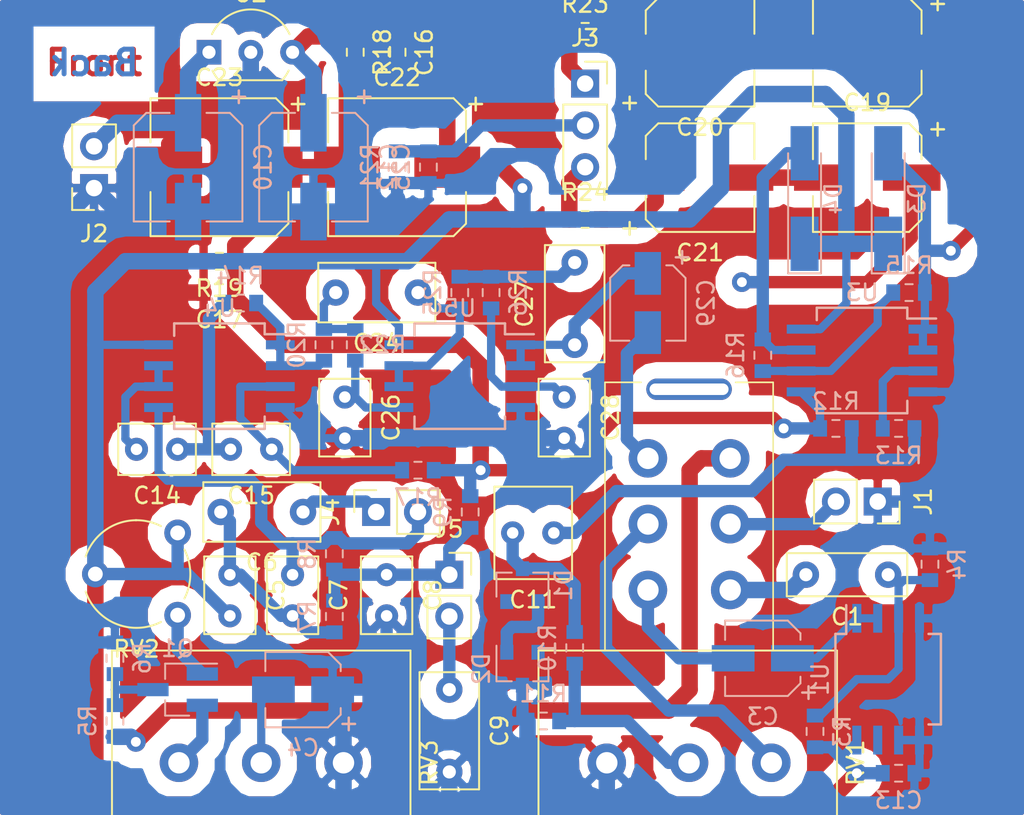
<source format=kicad_pcb>
(kicad_pcb (version 4) (host pcbnew 4.0.7-e2-6376~58~ubuntu16.04.1)
  (layers (0 F.Cu signal hide) (31 B.Cu signal) (34 B.Paste user hide) (35 F.Paste user hide) (36 B.SilkS user hide) (37 F.SilkS user hide) (38 B.Mask user hide) (39 F.Mask user hide) (44 Edge.Cuts user hide))
  (net 0 "")
  (net 1 "Net-(C1-Pad1)")
  (net 2 "Net-(C1-Pad2)")
  (net 3 VAA)
  (net 4 GND)
  (net 5 "Net-(C3-Pad1)")
  (net 6 "Net-(C3-Pad2)")
  (net 7 "Net-(C4-Pad2)")
  (net 8 "Net-(C5-Pad1)")
  (net 9 +9V)
  (net 10 "Net-(C6-Pad1)")
  (net 11 "Net-(C7-Pad1)")
  (net 12 "Net-(C8-Pad1)")
  (net 13 "Net-(C9-Pad1)")
  (net 14 "Net-(C10-Pad1)")
  (net 15 "Net-(C11-Pad1)")
  (net 16 "Net-(C11-Pad2)")
  (net 17 "Net-(C14-Pad1)")
  (net 18 "Net-(C14-Pad2)")
  (net 19 "Net-(C15-Pad1)")
  (net 20 "Net-(C18-Pad1)")
  (net 21 "Net-(C18-Pad2)")
  (net 22 "Net-(C19-Pad1)")
  (net 23 "Net-(C19-Pad2)")
  (net 24 "Net-(C20-Pad1)")
  (net 25 "Net-(C21-Pad1)")
  (net 26 "Net-(C24-Pad1)")
  (net 27 "Net-(C24-Pad2)")
  (net 28 "Net-(C25-Pad1)")
  (net 29 "Net-(C26-Pad1)")
  (net 30 "Net-(C27-Pad1)")
  (net 31 "Net-(C27-Pad2)")
  (net 32 "Net-(C28-Pad1)")
  (net 33 "Net-(C29-Pad2)")
  (net 34 "Net-(D1-Pad2)")
  (net 35 "Net-(J1-Pad2)")
  (net 36 "Net-(J3-Pad1)")
  (net 37 "Net-(J3-Pad3)")
  (net 38 "Net-(Q1-Pad1)")
  (net 39 "Net-(Q1-Pad2)")
  (net 40 "Net-(Q1-Pad3)")
  (net 41 "Net-(R5-Pad2)")
  (net 42 "Net-(R10-Pad2)")
  (net 43 "Net-(R13-Pad1)")
  (net 44 "Net-(R14-Pad1)")
  (net 45 "Net-(R15-Pad2)")
  (net 46 "Net-(U1-Pad7)")
  (net 47 "Net-(RV1-Pad3)")
  (module Connector_PinSocket_2.54mm:PinSocket_1x02_P2.54mm_Vertical (layer F.Cu) (at 92.075 126.08 90)
    (fp_text reference J4 (at 0 -2.77 90) (layer F.SilkS))
    (fp_text value Conn_02x01)
    (pad 1 thru_hole rect (at 0 0 90) (size 1.7 1.7) (drill 1) (layers *.Cu *.Mask) (net 10 "Net-(C6-Pad1)"))
    (pad 2 thru_hole oval (at 0 2.54 90) (size 1.7 1.7) (drill 1) (layers *.Cu *.Mask) (net 11 "Net-(C7-Pad1)"))
  )
  (module Potentiometer_THT:Potentiometer_Alpha_RV16BF-20_Single_Horizontal_DPDT (layer F.Cu) (at 111.09 141.32 270)
    (fp_text reference RV1 (at 0 -10.12 270) (layer F.SilkS))
    (fp_text value "10K Log")
    (pad 3 thru_hole circle (at 0 -5 270) (size 2.34 2.34) (drill 1.3) (layers *.Cu *.Mask) (net 47 "Net-(RV1-Pad3)"))
    (pad 2 thru_hole circle (at 0 0 270) (size 2.34 2.34) (drill 1.3) (layers *.Cu *.Mask) (net 42 "Net-(R10-Pad2)"))
    (pad 1 thru_hole circle (at 0 5 270) (size 2.34 2.34) (drill 1.3) (layers *.Cu *.Mask) (net 4 GND))
    (pad 5 thru_hole circle (at -14.51 2.5 270) (size 2.34 2.34) (drill 1.3) (layers *.Cu *.Mask) (net 47 "Net-(RV1-Pad3)"))
    (pad 4 thru_hole circle (at -10.5 2.5 270) (size 2.34 2.34) (drill 1.3) (layers *.Cu *.Mask) (net 6 "Net-(C3-Pad2)"))
    (pad 7 thru_hole circle (at -10.5 -2.5 270) (size 2.34 2.34) (drill 1.3) (layers *.Cu *.Mask) (net 2 "Net-(C1-Pad2)"))
    (pad 6 thru_hole circle (at -18.5 2.5 270) (size 2.34 2.34) (drill 1.3) (layers *.Cu *.Mask) (net 33 "Net-(C29-Pad2)"))
    (pad 9 thru_hole circle (at -18.5 -2.5 270) (size 2.34 2.34) (drill 1.3) (layers *.Cu *.Mask) (net 41 "Net-(R5-Pad2)"))
    (pad 8 thru_hole circle (at -14.5 -2.49 270) (size 2.34 2.34) (drill 1.3) (layers *.Cu *.Mask) (net 35 "Net-(J1-Pad2)"))
    (pad 10 thru_hole oval (at -22.7 0 270) (size 1.3 5.2) (drill oval 0.7 4.8) (layers *.Cu *.Mask))
  )
  (module Capacitor_THT:C_Rect_L7.2mm_W2.5mm_P5.00mm_FKS2_FKP2_MKS2_MKP2 (layer F.Cu) (at 123.19 129.89 180)
    (fp_text reference C1 (at 2.5 -2.56 180) (layer F.SilkS))
    (fp_text value 100nF)
    (pad 1 thru_hole circle (at 0 0 180) (size 1.6 1.6) (drill 0.8) (layers *.Cu *.Mask) (net 1 "Net-(C1-Pad1)"))
    (pad 2 thru_hole circle (at 5 0 180) (size 1.6 1.6) (drill 0.8) (layers *.Cu *.Mask) (net 2 "Net-(C1-Pad2)"))
  )
  (module Capacitor_SMD:CP_Elec_4x5.8 (layer B.Cu) (at 115.57 134.97 180)
    (fp_text reference C3 (at 0 -3.54 180) (layer B.SilkS) (effects (justify mirror)))
    (fp_text value "22µF 16V")
    (fp_text user + (at -2.78 -2.01 180) (layer B.SilkS) (effects (justify mirror)))
    (pad 1 smd rect (at -1.8 0) (size 2.6 1.6) (layers B.Cu B.Paste B.Mask) (net 5 "Net-(C3-Pad1)"))
    (pad 2 smd rect (at 1.8 0) (size 2.6 1.6) (layers B.Cu B.Paste B.Mask) (net 6 "Net-(C3-Pad2)"))
  )
  (module Capacitor_SMD:CP_Elec_4x5.8 (layer B.Cu) (at 87.63 136.875 180)
    (fp_text reference C4 (at 0 -3.54 180) (layer B.SilkS) (effects (justify mirror)))
    (fp_text value "22µF 16V")
    (fp_text user + (at -2.78 -2.01 180) (layer B.SilkS) (effects (justify mirror)))
    (pad 1 smd rect (at -1.8 0) (size 2.6 1.6) (layers B.Cu B.Paste B.Mask) (net 4 GND))
    (pad 2 smd rect (at 1.8 0) (size 2.6 1.6) (layers B.Cu B.Paste B.Mask) (net 7 "Net-(C4-Pad2)"))
  )
  (module Capacitor_THT:C_Rect_L4.6mm_W3.0mm_P2.50mm_MKS02_FKP02 (layer F.Cu) (at 83.185 129.89 270)
    (fp_text reference C5 (at 1.25 -2.81 270) (layer F.SilkS))
    (fp_text value 47nF)
    (pad 1 thru_hole circle (at 0 0 270) (size 1.4 1.4) (drill 0.7) (layers *.Cu *.Mask) (net 8 "Net-(C5-Pad1)"))
    (pad 2 thru_hole circle (at 2.5 0 270) (size 1.4 1.4) (drill 0.7) (layers *.Cu *.Mask) (net 9 +9V))
  )
  (module Capacitor_THT:C_Rect_L7.0mm_W3.5mm_P5.00mm (layer F.Cu) (at 87.63 126.08 180)
    (fp_text reference C6 (at 2.5 -3.06 180) (layer F.SilkS))
    (fp_text value 1.2nF)
    (pad 1 thru_hole circle (at 0 0 180) (size 1.6 1.6) (drill 0.8) (layers *.Cu *.Mask) (net 10 "Net-(C6-Pad1)"))
    (pad 2 thru_hole circle (at 5 0 180) (size 1.6 1.6) (drill 0.8) (layers *.Cu *.Mask) (net 8 "Net-(C5-Pad1)"))
  )
  (module Capacitor_THT:C_Rect_L4.6mm_W3.0mm_P2.50mm_MKS02_FKP02 (layer F.Cu) (at 86.995 129.89 270)
    (fp_text reference C7 (at 1.25 -2.81 270) (layer F.SilkS))
    (fp_text value 1nF)
    (pad 1 thru_hole circle (at 0 0 270) (size 1.4 1.4) (drill 0.7) (layers *.Cu *.Mask) (net 11 "Net-(C7-Pad1)"))
    (pad 2 thru_hole circle (at 2.5 0 270) (size 1.4 1.4) (drill 0.7) (layers *.Cu *.Mask) (net 8 "Net-(C5-Pad1)"))
  )
  (module Capacitor_THT:C_Rect_L4.6mm_W3.0mm_P2.50mm_MKS02_FKP02 (layer F.Cu) (at 92.71 129.89 270)
    (fp_text reference C8 (at 1.25 -2.81 270) (layer F.SilkS))
    (fp_text value 6.8nF)
    (pad 1 thru_hole circle (at 0 0 270) (size 1.4 1.4) (drill 0.7) (layers *.Cu *.Mask) (net 12 "Net-(C8-Pad1)"))
    (pad 2 thru_hole circle (at 2.5 0 270) (size 1.4 1.4) (drill 0.7) (layers *.Cu *.Mask) (net 4 GND))
  )
  (module Capacitor_THT:C_Rect_L7.0mm_W3.5mm_P5.00mm (layer F.Cu) (at 96.52 136.875 270)
    (fp_text reference C9 (at 2.5 -3.06 270) (layer F.SilkS))
    (fp_text value 8.2nF)
    (pad 1 thru_hole circle (at 0 0 270) (size 1.6 1.6) (drill 0.8) (layers *.Cu *.Mask) (net 13 "Net-(C9-Pad1)"))
    (pad 2 thru_hole circle (at 5 0 270) (size 1.6 1.6) (drill 0.8) (layers *.Cu *.Mask) (net 4 GND))
  )
  (module Capacitor_SMD:CP_Elec_6.3x5.8 (layer B.Cu) (at 80.645 105.125 270)
    (fp_text reference C10 (at 0 -4.56 270) (layer B.SilkS) (effects (justify mirror)))
    (fp_text value 100µF)
    (fp_text user + (at -4.28 -3.01 270) (layer B.SilkS) (effects (justify mirror)))
    (pad 1 smd rect (at -2.7 0 90) (size 3.5 1.6) (layers B.Cu B.Paste B.Mask) (net 14 "Net-(C10-Pad1)"))
    (pad 2 smd rect (at 2.7 0 90) (size 3.5 1.6) (layers B.Cu B.Paste B.Mask) (net 4 GND))
  )
  (module Capacitor_THT:C_Rect_L4.6mm_W5.5mm_P2.50mm_MKS02_FKP02 (layer F.Cu) (at 102.87 127.35 180)
    (fp_text reference C11 (at 1.25 -4.06 180) (layer F.SilkS))
    (fp_text value 1µF)
    (pad 1 thru_hole circle (at 0 0 180) (size 1.4 1.4) (drill 0.7) (layers *.Cu *.Mask) (net 15 "Net-(C11-Pad1)"))
    (pad 2 thru_hole circle (at 2.5 0 180) (size 1.4 1.4) (drill 0.7) (layers *.Cu *.Mask) (net 16 "Net-(C11-Pad2)"))
  )
  (module Capacitor_SMD:CP_Elec_6.3x5.8 (layer B.Cu) (at 88.265 105.125 270)
    (fp_text reference C12 (at 0 -4.56 270) (layer B.SilkS) (effects (justify mirror)))
    (fp_text value 100µF)
    (fp_text user + (at -4.28 -3.01 270) (layer B.SilkS) (effects (justify mirror)))
    (pad 1 smd rect (at -2.7 0 90) (size 3.5 1.6) (layers B.Cu B.Paste B.Mask) (net 9 +9V))
    (pad 2 smd rect (at 2.7 0 90) (size 3.5 1.6) (layers B.Cu B.Paste B.Mask) (net 4 GND))
  )
  (module Capacitor_SMD:C_0603_1608Metric_Pad0.84x1.00mm_HandSolder (layer B.Cu) (at 123.825 141.955)
    (fp_text reference C13 (at 0 1.65) (layer B.SilkS) (effects (justify mirror)))
    (fp_text value 100nF)
    (pad 1 smd rect (at -0.9625 0) (size 0.845 1) (layers B.Cu B.Paste B.Mask) (net 9 +9V))
    (pad 2 smd rect (at 0.9625 0) (size 0.845 1) (layers B.Cu B.Paste B.Mask) (net 4 GND))
  )
  (module Capacitor_THT:C_Rect_L4.6mm_W3.0mm_P2.50mm_MKS02_FKP02 (layer F.Cu) (at 80.01 122.27 180)
    (fp_text reference C14 (at 1.25 -2.81 180) (layer F.SilkS))
    (fp_text value 47nF)
    (pad 1 thru_hole circle (at 0 0 180) (size 1.4 1.4) (drill 0.7) (layers *.Cu *.Mask) (net 17 "Net-(C14-Pad1)"))
    (pad 2 thru_hole circle (at 2.5 0 180) (size 1.4 1.4) (drill 0.7) (layers *.Cu *.Mask) (net 18 "Net-(C14-Pad2)"))
  )
  (module Capacitor_THT:C_Rect_L4.6mm_W3.0mm_P2.50mm_MKS02_FKP02 (layer F.Cu) (at 85.725 122.27 180)
    (fp_text reference C15 (at 1.25 -2.81 180) (layer F.SilkS))
    (fp_text value 47nF)
    (pad 1 thru_hole circle (at 0 0 180) (size 1.4 1.4) (drill 0.7) (layers *.Cu *.Mask) (net 19 "Net-(C15-Pad1)"))
    (pad 2 thru_hole circle (at 2.5 0 180) (size 1.4 1.4) (drill 0.7) (layers *.Cu *.Mask) (net 17 "Net-(C14-Pad1)"))
  )
  (module Capacitor_SMD:C_0603_1608Metric_Pad0.84x1.00mm_HandSolder (layer F.Cu) (at 93.345 98.14 270)
    (fp_text reference C16 (at 0 -1.65 270) (layer F.SilkS))
    (fp_text value 100nF)
    (pad 1 smd rect (at -0.9625 0 270) (size 0.845 1) (layers F.Cu F.Paste F.Mask) (net 9 +9V))
    (pad 2 smd rect (at 0.9625 0 270) (size 0.845 1) (layers F.Cu F.Paste F.Mask) (net 3 VAA))
  )
  (module Capacitor_SMD:C_0603_1608Metric_Pad0.84x1.00mm_HandSolder (layer F.Cu) (at 82.55 112.745 180)
    (fp_text reference C17 (at 0 -1.65 180) (layer F.SilkS))
    (fp_text value 100nF)
    (pad 1 smd rect (at -0.9625 0 180) (size 0.845 1) (layers F.Cu F.Paste F.Mask) (net 3 VAA))
    (pad 2 smd rect (at 0.9625 0 180) (size 0.845 1) (layers F.Cu F.Paste F.Mask) (net 4 GND))
  )
  (module Capacitor_SMD:CP_Elec_6.3x5.8 (layer F.Cu) (at 121.92 98.14 180)
    (fp_text reference C18 (at 0 4.56 180) (layer F.SilkS))
    (fp_text value "47µF, 25V")
    (fp_text user + (at -4.28 3.01 180) (layer F.SilkS))
    (pad 1 smd rect (at -2.7 0) (size 3.5 1.6) (layers F.Cu F.Paste F.Mask) (net 20 "Net-(C18-Pad1)"))
    (pad 2 smd rect (at 2.7 0) (size 3.5 1.6) (layers F.Cu F.Paste F.Mask) (net 21 "Net-(C18-Pad2)"))
  )
  (module Capacitor_SMD:CP_Elec_6.3x5.8 (layer F.Cu) (at 121.92 105.76 180)
    (fp_text reference C19 (at 0 4.56 180) (layer F.SilkS))
    (fp_text value "47µF 25V")
    (fp_text user + (at -4.28 3.01 180) (layer F.SilkS))
    (pad 1 smd rect (at -2.7 0) (size 3.5 1.6) (layers F.Cu F.Paste F.Mask) (net 22 "Net-(C19-Pad1)"))
    (pad 2 smd rect (at 2.7 0) (size 3.5 1.6) (layers F.Cu F.Paste F.Mask) (net 23 "Net-(C19-Pad2)"))
  )
  (module Capacitor_SMD:CP_Elec_6.3x5.8 (layer F.Cu) (at 111.76 98.14)
    (fp_text reference C20 (at 0 4.56) (layer F.SilkS))
    (fp_text value "47µF 25V")
    (fp_text user + (at -4.28 3.01) (layer F.SilkS))
    (pad 1 smd rect (at -2.7 0 180) (size 3.5 1.6) (layers F.Cu F.Paste F.Mask) (net 24 "Net-(C20-Pad1)"))
    (pad 2 smd rect (at 2.7 0 180) (size 3.5 1.6) (layers F.Cu F.Paste F.Mask) (net 21 "Net-(C18-Pad2)"))
  )
  (module Capacitor_SMD:CP_Elec_6.3x5.8 (layer F.Cu) (at 111.76 105.76)
    (fp_text reference C21 (at 0 4.56) (layer F.SilkS))
    (fp_text value "47µF 25V")
    (fp_text user + (at -4.28 3.01) (layer F.SilkS))
    (pad 1 smd rect (at -2.7 0 180) (size 3.5 1.6) (layers F.Cu F.Paste F.Mask) (net 25 "Net-(C21-Pad1)"))
    (pad 2 smd rect (at 2.7 0 180) (size 3.5 1.6) (layers F.Cu F.Paste F.Mask) (net 23 "Net-(C19-Pad2)"))
  )
  (module Capacitor_SMD:CP_Elec_8x10.5 (layer F.Cu) (at 93.345 105.125 180)
    (fp_text reference C22 (at 0 5.45 180) (layer F.SilkS))
    (fp_text value "470µF 16V")
    (fp_text user + (at -4.78 3.91 180) (layer F.SilkS))
    (pad 1 smd rect (at -3.05 0) (size 4 2.5) (layers F.Cu F.Paste F.Mask) (net 9 +9V))
    (pad 2 smd rect (at 3.05 0) (size 4 2.5) (layers F.Cu F.Paste F.Mask) (net 3 VAA))
  )
  (module Capacitor_SMD:CP_Elec_8x10.5 (layer F.Cu) (at 82.55 105.125 180)
    (fp_text reference C23 (at 0 5.45 180) (layer F.SilkS))
    (fp_text value "470µF 16V")
    (fp_text user + (at -4.78 3.91 180) (layer F.SilkS))
    (pad 1 smd rect (at -3.05 0) (size 4 2.5) (layers F.Cu F.Paste F.Mask) (net 3 VAA))
    (pad 2 smd rect (at 3.05 0) (size 4 2.5) (layers F.Cu F.Paste F.Mask) (net 4 GND))
  )
  (module Capacitor_THT:C_Rect_L7.0mm_W3.5mm_P5.00mm (layer F.Cu) (at 94.615 112.745 180)
    (fp_text reference C24 (at 2.5 -3.06 180) (layer F.SilkS))
    (fp_text value 3.9nF)
    (pad 1 thru_hole circle (at 0 0 180) (size 1.6 1.6) (drill 0.8) (layers *.Cu *.Mask) (net 26 "Net-(C24-Pad1)"))
    (pad 2 thru_hole circle (at 5 0 180) (size 1.6 1.6) (drill 0.8) (layers *.Cu *.Mask) (net 27 "Net-(C24-Pad2)"))
  )
  (module Capacitor_SMD:C_0603_1608Metric_Pad0.84x1.00mm_HandSolder (layer B.Cu) (at 95.25 105.125 270)
    (fp_text reference C25 (at 0 1.65 270) (layer B.SilkS) (effects (justify mirror)))
    (fp_text value 100nF)
    (pad 1 smd rect (at -0.9625 0 270) (size 0.845 1) (layers B.Cu B.Paste B.Mask) (net 28 "Net-(C25-Pad1)"))
    (pad 2 smd rect (at 0.9625 0 270) (size 0.845 1) (layers B.Cu B.Paste B.Mask) (net 4 GND))
  )
  (module Capacitor_THT:C_Rect_L4.6mm_W3.0mm_P2.50mm_MKS02_FKP02 (layer F.Cu) (at 90.17 119.095 270)
    (fp_text reference C26 (at 1.25 -2.81 270) (layer F.SilkS))
    (fp_text value 1nF)
    (pad 1 thru_hole circle (at 0 0 270) (size 1.4 1.4) (drill 0.7) (layers *.Cu *.Mask) (net 29 "Net-(C26-Pad1)"))
    (pad 2 thru_hole circle (at 2.5 0 270) (size 1.4 1.4) (drill 0.7) (layers *.Cu *.Mask) (net 4 GND))
  )
  (module Capacitor_THT:C_Rect_L7.0mm_W3.5mm_P5.00mm (layer F.Cu) (at 104.14 115.92 90)
    (fp_text reference C27 (at 2.5 -3.06 90) (layer F.SilkS))
    (fp_text value 3.9nF)
    (pad 1 thru_hole circle (at 0 0 90) (size 1.6 1.6) (drill 0.8) (layers *.Cu *.Mask) (net 30 "Net-(C27-Pad1)"))
    (pad 2 thru_hole circle (at 5 0 90) (size 1.6 1.6) (drill 0.8) (layers *.Cu *.Mask) (net 31 "Net-(C27-Pad2)"))
  )
  (module Capacitor_THT:C_Rect_L4.6mm_W3.0mm_P2.50mm_MKS02_FKP02 (layer F.Cu) (at 103.505 119.095 270)
    (fp_text reference C28 (at 1.25 -2.81 270) (layer F.SilkS))
    (fp_text value 1nF)
    (pad 1 thru_hole circle (at 0 0 270) (size 1.4 1.4) (drill 0.7) (layers *.Cu *.Mask) (net 32 "Net-(C28-Pad1)"))
    (pad 2 thru_hole circle (at 2.5 0 270) (size 1.4 1.4) (drill 0.7) (layers *.Cu *.Mask) (net 4 GND))
  )
  (module Capacitor_SMD:CP_Elec_4x5.8 (layer B.Cu) (at 108.585 113.38 270)
    (fp_text reference C29 (at 0 -3.54 270) (layer B.SilkS) (effects (justify mirror)))
    (fp_text value "22µF 16V")
    (fp_text user + (at -2.78 -2.01 270) (layer B.SilkS) (effects (justify mirror)))
    (pad 1 smd rect (at -1.8 0 90) (size 2.6 1.6) (layers B.Cu B.Paste B.Mask) (net 30 "Net-(C27-Pad1)"))
    (pad 2 smd rect (at 1.8 0 90) (size 2.6 1.6) (layers B.Cu B.Paste B.Mask) (net 33 "Net-(C29-Pad2)"))
  )
  (module Diode_SMD:D_SOT-23_ANK (layer B.Cu) (at 100.965 130.525 90)
    (fp_text reference D1 (at 0 2.5 90) (layer B.SilkS) (effects (justify mirror)))
    (fp_text value 5V1)
    (pad 2 smd rect (at -1 0.95 90) (size 0.9 0.8) (layers B.Cu B.Paste B.Mask) (net 34 "Net-(D1-Pad2)"))
    (pad "" smd rect (at -1 -0.95 90) (size 0.9 0.8) (layers B.Cu B.Paste B.Mask))
    (pad 1 smd rect (at 1 0 90) (size 0.9 0.8) (layers B.Cu B.Paste B.Mask) (net 16 "Net-(C11-Pad2)"))
  )
  (module Diode_SMD:D_SOT-23_ANK (layer B.Cu) (at 100.965 135.605 270)
    (fp_text reference D2 (at 0 2.5 270) (layer B.SilkS) (effects (justify mirror)))
    (fp_text value 5V1)
    (pad 2 smd rect (at -1 0.95 270) (size 0.9 0.8) (layers B.Cu B.Paste B.Mask) (net 34 "Net-(D1-Pad2)"))
    (pad "" smd rect (at -1 -0.95 270) (size 0.9 0.8) (layers B.Cu B.Paste B.Mask))
    (pad 1 smd rect (at 1 0 270) (size 0.9 0.8) (layers B.Cu B.Paste B.Mask) (net 4 GND))
  )
  (module Diode_SMD:D_MiniMELF_Handsoldering (layer B.Cu) (at 123.19 107.03 90)
    (fp_text reference D3 (at 0 1.75 90) (layer B.SilkS) (effects (justify mirror)))
    (fp_text value "1N 4148")
    (pad 1 smd rect (at -2.75 0 90) (size 3.3 1.7) (layers B.Cu B.Paste B.Mask) (net 9 +9V))
    (pad 2 smd rect (at 2.75 0 90) (size 3.3 1.7) (layers B.Cu B.Paste B.Mask) (net 20 "Net-(C18-Pad1)"))
  )
  (module Diode_SMD:D_MiniMELF_Handsoldering (layer B.Cu) (at 118.11 107.03 90)
    (fp_text reference D4 (at 0 1.75 90) (layer B.SilkS) (effects (justify mirror)))
    (fp_text value "1N 4148")
    (pad 1 smd rect (at -2.75 0 90) (size 3.3 1.7) (layers B.Cu B.Paste B.Mask) (net 9 +9V))
    (pad 2 smd rect (at 2.75 0 90) (size 3.3 1.7) (layers B.Cu B.Paste B.Mask) (net 22 "Net-(C19-Pad1)"))
  )
  (module Connector_PinSocket_2.54mm:PinSocket_1x02_P2.54mm_Vertical (layer F.Cu) (at 122.555 125.445 270)
    (fp_text reference J1 (at 0 -2.77 270) (layer F.SilkS))
    (fp_text value Conn_01x02)
    (pad 1 thru_hole rect (at 0 0 270) (size 1.7 1.7) (drill 1) (layers *.Cu *.Mask) (net 4 GND))
    (pad 2 thru_hole oval (at 0 2.54 270) (size 1.7 1.7) (drill 1) (layers *.Cu *.Mask) (net 35 "Net-(J1-Pad2)"))
  )
  (module Connector_PinSocket_2.54mm:PinSocket_1x02_P2.54mm_Vertical (layer F.Cu) (at 74.93 106.395 180)
    (fp_text reference J2 (at 0 -2.77 180) (layer F.SilkS))
    (fp_text value Conn_01x02)
    (pad 1 thru_hole rect (at 0 0 180) (size 1.7 1.7) (drill 1) (layers *.Cu *.Mask) (net 4 GND))
    (pad 2 thru_hole oval (at 0 2.54 180) (size 1.7 1.7) (drill 1) (layers *.Cu *.Mask) (net 14 "Net-(C10-Pad1)"))
  )
  (module Connector_PinSocket_2.54mm:PinSocket_1x03_P2.54mm_Vertical (layer F.Cu) (at 104.775 100.045)
    (fp_text reference J3 (at 0 -2.77) (layer F.SilkS))
    (fp_text value Conn_01x03)
    (pad 1 thru_hole rect (at 0 0) (size 1.7 1.7) (drill 1) (layers *.Cu *.Mask) (net 36 "Net-(J3-Pad1)"))
    (pad 2 thru_hole oval (at 0 2.54) (size 1.7 1.7) (drill 1) (layers *.Cu *.Mask) (net 28 "Net-(C25-Pad1)"))
    (pad 3 thru_hole oval (at 0 5.08) (size 1.7 1.7) (drill 1) (layers *.Cu *.Mask) (net 37 "Net-(J3-Pad3)"))
  )
  (module Package_TO_SOT_SMD:SOT-23_Handsoldering (layer B.Cu) (at 80.01 136.875 180)
    (fp_text reference Q1 (at 0 2.5 180) (layer B.SilkS) (effects (justify mirror)))
    (fp_text value MMBFJ201)
    (pad 1 smd rect (at -1.5 0.95 180) (size 1.9 0.8) (layers B.Cu B.Paste B.Mask) (net 38 "Net-(Q1-Pad1)"))
    (pad 2 smd rect (at -1.5 -0.95 180) (size 1.9 0.8) (layers B.Cu B.Paste B.Mask) (net 39 "Net-(Q1-Pad2)"))
    (pad 3 smd rect (at 1.5 0 180) (size 1.9 0.8) (layers B.Cu B.Paste B.Mask) (net 40 "Net-(Q1-Pad3)"))
  )
  (module Resistor_SMD:R_0603_1608Metric_Pad0.84x1.00mm_HandSolder (layer B.Cu) (at 118.745 139.415 90)
    (fp_text reference R3 (at 0 1.65 90) (layer B.SilkS) (effects (justify mirror)))
    (fp_text value 1M)
    (pad 1 smd rect (at -0.9625 0 90) (size 0.845 1) (layers B.Cu B.Paste B.Mask) (net 9 +9V))
    (pad 2 smd rect (at 0.9625 0 90) (size 0.845 1) (layers B.Cu B.Paste B.Mask) (net 1 "Net-(C1-Pad1)"))
  )
  (module Resistor_SMD:R_0603_1608Metric_Pad0.84x1.00mm_HandSolder (layer B.Cu) (at 125.73 129.255 90)
    (fp_text reference R4 (at 0 1.65 90) (layer B.SilkS) (effects (justify mirror)))
    (fp_text value 1M)
    (pad 1 smd rect (at -0.9625 0 90) (size 0.845 1) (layers B.Cu B.Paste B.Mask) (net 1 "Net-(C1-Pad1)"))
    (pad 2 smd rect (at 0.9625 0 90) (size 0.845 1) (layers B.Cu B.Paste B.Mask) (net 4 GND))
  )
  (module Resistor_SMD:R_0603_1608Metric_Pad0.84x1.00mm_HandSolder (layer B.Cu) (at 76.2 138.78 270)
    (fp_text reference R5 (at 0 1.65 270) (layer B.SilkS) (effects (justify mirror)))
    (fp_text value 18k)
    (pad 1 smd rect (at -0.9625 0 270) (size 0.845 1) (layers B.Cu B.Paste B.Mask) (net 40 "Net-(Q1-Pad3)"))
    (pad 2 smd rect (at 0.9625 0 270) (size 0.845 1) (layers B.Cu B.Paste B.Mask) (net 41 "Net-(R5-Pad2)"))
  )
  (module Resistor_SMD:R_0603_1608Metric_Pad0.84x1.00mm_HandSolder (layer B.Cu) (at 76.2 134.97 90)
    (fp_text reference R6 (at 0 1.65 90) (layer B.SilkS) (effects (justify mirror)))
    (fp_text value 1M)
    (pad 1 smd rect (at -0.9625 0 90) (size 0.845 1) (layers B.Cu B.Paste B.Mask) (net 40 "Net-(Q1-Pad3)"))
    (pad 2 smd rect (at 0.9625 0 90) (size 0.845 1) (layers B.Cu B.Paste B.Mask) (net 4 GND))
  )
  (module Resistor_SMD:R_0603_1608Metric_Pad0.84x1.00mm_HandSolder (layer B.Cu) (at 89.535 132.43 270)
    (fp_text reference R7 (at 0 1.65 270) (layer B.SilkS) (effects (justify mirror)))
    (fp_text value 100k)
    (pad 1 smd rect (at -0.9625 0 270) (size 0.845 1) (layers B.Cu B.Paste B.Mask) (net 12 "Net-(C8-Pad1)"))
    (pad 2 smd rect (at 0.9625 0 270) (size 0.845 1) (layers B.Cu B.Paste B.Mask) (net 8 "Net-(C5-Pad1)"))
  )
  (module Resistor_SMD:R_0603_1608Metric_Pad0.84x1.00mm_HandSolder (layer B.Cu) (at 89.535 128.62 270)
    (fp_text reference R8 (at 0 1.65 270) (layer B.SilkS) (effects (justify mirror)))
    (fp_text value 100k)
    (pad 1 smd rect (at -0.9625 0 270) (size 0.845 1) (layers B.Cu B.Paste B.Mask) (net 11 "Net-(C7-Pad1)"))
    (pad 2 smd rect (at 0.9625 0 270) (size 0.845 1) (layers B.Cu B.Paste B.Mask) (net 12 "Net-(C8-Pad1)"))
  )
  (module Resistor_SMD:R_0603_1608Metric_Pad0.84x1.00mm_HandSolder (layer B.Cu) (at 97.79 126.08 270)
    (fp_text reference R9 (at 0 1.65 270) (layer B.SilkS) (effects (justify mirror)))
    (fp_text value 100k)
    (pad 1 smd rect (at -0.9625 0 270) (size 0.845 1) (layers B.Cu B.Paste B.Mask) (net 3 VAA))
    (pad 2 smd rect (at 0.9625 0 270) (size 0.845 1) (layers B.Cu B.Paste B.Mask) (net 12 "Net-(C8-Pad1)"))
  )
  (module Resistor_SMD:R_0603_1608Metric_Pad0.84x1.00mm_HandSolder (layer B.Cu) (at 104.14 134.335 270)
    (fp_text reference R10 (at 0 1.65 270) (layer B.SilkS) (effects (justify mirror)))
    (fp_text value 2k2)
    (pad 1 smd rect (at -0.9625 0 270) (size 0.845 1) (layers B.Cu B.Paste B.Mask) (net 16 "Net-(C11-Pad2)"))
    (pad 2 smd rect (at 0.9625 0 270) (size 0.845 1) (layers B.Cu B.Paste B.Mask) (net 42 "Net-(R10-Pad2)"))
  )
  (module Resistor_SMD:R_0603_1608Metric_Pad0.84x1.00mm_HandSolder (layer B.Cu) (at 102.235 138.78 180)
    (fp_text reference R11 (at 0 1.65 180) (layer B.SilkS) (effects (justify mirror)))
    (fp_text value 100K)
    (pad 1 smd rect (at -0.9625 0 180) (size 0.845 1) (layers B.Cu B.Paste B.Mask) (net 42 "Net-(R10-Pad2)"))
    (pad 2 smd rect (at 0.9625 0 180) (size 0.845 1) (layers B.Cu B.Paste B.Mask) (net 4 GND))
  )
  (module Resistor_SMD:R_0603_1608Metric_Pad0.84x1.00mm_HandSolder (layer B.Cu) (at 120.015 121 180)
    (fp_text reference R12 (at 0 1.65 180) (layer B.SilkS) (effects (justify mirror)))
    (fp_text value 100K)
    (pad 1 smd rect (at -0.9625 0 180) (size 0.845 1) (layers B.Cu B.Paste B.Mask) (net 15 "Net-(C11-Pad1)"))
    (pad 2 smd rect (at 0.9625 0 180) (size 0.845 1) (layers B.Cu B.Paste B.Mask) (net 3 VAA))
  )
  (module Resistor_SMD:R_0603_1608Metric_Pad0.84x1.00mm_HandSolder (layer B.Cu) (at 123.825 121)
    (fp_text reference R13 (at 0 1.65) (layer B.SilkS) (effects (justify mirror)))
    (fp_text value 1K)
    (pad 1 smd rect (at -0.9625 0) (size 0.845 1) (layers B.Cu B.Paste B.Mask) (net 43 "Net-(R13-Pad1)"))
    (pad 2 smd rect (at 0.9625 0) (size 0.845 1) (layers B.Cu B.Paste B.Mask) (net 15 "Net-(C11-Pad1)"))
  )
  (module Resistor_SMD:R_0603_1608Metric_Pad0.84x1.00mm_HandSolder (layer B.Cu) (at 83.82 113.38 180)
    (fp_text reference R14 (at 0 1.65 180) (layer B.SilkS) (effects (justify mirror)))
    (fp_text value 18k)
    (pad 1 smd rect (at -0.9625 0 180) (size 0.845 1) (layers B.Cu B.Paste B.Mask) (net 44 "Net-(R14-Pad1)"))
    (pad 2 smd rect (at 0.9625 0 180) (size 0.845 1) (layers B.Cu B.Paste B.Mask) (net 17 "Net-(C14-Pad1)"))
  )
  (module Resistor_SMD:R_0603_1608Metric_Pad0.84x1.00mm_HandSolder (layer B.Cu) (at 124.46 112.745 180)
    (fp_text reference R15 (at 0 1.65 180) (layer B.SilkS) (effects (justify mirror)))
    (fp_text value 10k)
    (pad 1 smd rect (at -0.9625 0 180) (size 0.845 1) (layers B.Cu B.Paste B.Mask) (net 20 "Net-(C18-Pad1)"))
    (pad 2 smd rect (at 0.9625 0 180) (size 0.845 1) (layers B.Cu B.Paste B.Mask) (net 45 "Net-(R15-Pad2)"))
  )
  (module Resistor_SMD:R_0603_1608Metric_Pad0.84x1.00mm_HandSolder (layer B.Cu) (at 115.57 116.555 270)
    (fp_text reference R16 (at 0 1.65 270) (layer B.SilkS) (effects (justify mirror)))
    (fp_text value 10k)
    (pad 1 smd rect (at -0.9625 0 270) (size 0.845 1) (layers B.Cu B.Paste B.Mask) (net 22 "Net-(C19-Pad1)"))
    (pad 2 smd rect (at 0.9625 0 270) (size 0.845 1) (layers B.Cu B.Paste B.Mask) (net 45 "Net-(R15-Pad2)"))
  )
  (module Resistor_SMD:R_0603_1608Metric_Pad0.84x1.00mm_HandSolder (layer B.Cu) (at 94.615 123.54)
    (fp_text reference R17 (at 0 1.65 180) (layer B.SilkS) (effects (justify mirror)))
    (fp_text value 100k)
    (pad 1 smd rect (at -0.9625 0) (size 0.845 1) (layers B.Cu B.Paste B.Mask) (net 19 "Net-(C15-Pad1)"))
    (pad 2 smd rect (at 0.9625 0) (size 0.845 1) (layers B.Cu B.Paste B.Mask) (net 3 VAA))
  )
  (module Resistor_SMD:R_0603_1608Metric_Pad0.84x1.00mm_HandSolder (layer F.Cu) (at 90.805 98.14 270)
    (fp_text reference R18 (at 0 -1.65 270) (layer F.SilkS))
    (fp_text value 100k)
    (pad 1 smd rect (at -0.9625 0 270) (size 0.845 1) (layers F.Cu F.Paste F.Mask) (net 9 +9V))
    (pad 2 smd rect (at 0.9625 0 270) (size 0.845 1) (layers F.Cu F.Paste F.Mask) (net 3 VAA))
  )
  (module Resistor_SMD:R_0603_1608Metric_Pad0.84x1.00mm_HandSolder (layer F.Cu) (at 82.55 110.84 180)
    (fp_text reference R19 (at 0 -1.65 180) (layer F.SilkS))
    (fp_text value 100k)
    (pad 1 smd rect (at -0.9625 0 180) (size 0.845 1) (layers F.Cu F.Paste F.Mask) (net 3 VAA))
    (pad 2 smd rect (at 0.9625 0 180) (size 0.845 1) (layers F.Cu F.Paste F.Mask) (net 4 GND))
  )
  (module Resistor_SMD:R_0603_1608Metric_Pad0.84x1.00mm_HandSolder (layer B.Cu) (at 88.9 115.92 270)
    (fp_text reference R20 (at 0 1.65 270) (layer B.SilkS) (effects (justify mirror)))
    (fp_text value 22k)
    (pad 1 smd rect (at -0.9625 0 270) (size 0.845 1) (layers B.Cu B.Paste B.Mask) (net 27 "Net-(C24-Pad2)"))
    (pad 2 smd rect (at 0.9625 0 270) (size 0.845 1) (layers B.Cu B.Paste B.Mask) (net 44 "Net-(R14-Pad1)"))
  )
  (module Resistor_SMD:R_0603_1608Metric_Pad0.84x1.00mm_HandSolder (layer B.Cu) (at 93.345 105.125 270)
    (fp_text reference R21 (at 0 1.65 270) (layer B.SilkS) (effects (justify mirror)))
    (fp_text value 10)
    (pad 1 smd rect (at -0.9625 0 270) (size 0.845 1) (layers B.Cu B.Paste B.Mask) (net 28 "Net-(C25-Pad1)"))
    (pad 2 smd rect (at 0.9625 0 270) (size 0.845 1) (layers B.Cu B.Paste B.Mask) (net 4 GND))
  )
  (module Resistor_SMD:R_0603_1608Metric_Pad0.84x1.00mm_HandSolder (layer B.Cu) (at 90.805 115.92 90)
    (fp_text reference R22 (at 0 1.65 180) (layer B.SilkS) (effects (justify mirror)))
    (fp_text value 22k)
    (pad 1 smd rect (at -0.9625 0 90) (size 0.845 1) (layers B.Cu B.Paste B.Mask) (net 29 "Net-(C26-Pad1)"))
    (pad 2 smd rect (at 0.9625 0 90) (size 0.845 1) (layers B.Cu B.Paste B.Mask) (net 27 "Net-(C24-Pad2)"))
  )
  (module Resistor_SMD:R_0603_1608Metric_Pad0.84x1.00mm_HandSolder (layer F.Cu) (at 104.775 96.87)
    (fp_text reference R23 (at 0 -1.65) (layer F.SilkS))
    (fp_text value 100)
    (pad 1 smd rect (at -0.9625 0) (size 0.845 1) (layers F.Cu F.Paste F.Mask) (net 36 "Net-(J3-Pad1)"))
    (pad 2 smd rect (at 0.9625 0) (size 0.845 1) (layers F.Cu F.Paste F.Mask) (net 24 "Net-(C20-Pad1)"))
  )
  (module Resistor_SMD:R_0603_1608Metric_Pad0.84x1.00mm_HandSolder (layer F.Cu) (at 104.775 108.3)
    (fp_text reference R24 (at 0 -1.65) (layer F.SilkS))
    (fp_text value 100)
    (pad 1 smd rect (at -0.9625 0) (size 0.845 1) (layers F.Cu F.Paste F.Mask) (net 37 "Net-(J3-Pad3)"))
    (pad 2 smd rect (at 0.9625 0) (size 0.845 1) (layers F.Cu F.Paste F.Mask) (net 25 "Net-(C21-Pad1)"))
  )
  (module Resistor_SMD:R_0603_1608Metric_Pad0.84x1.00mm_HandSolder (layer B.Cu) (at 97.155 112.745 270)
    (fp_text reference R25 (at 0 1.65 270) (layer B.SilkS) (effects (justify mirror)))
    (fp_text value 22k)
    (pad 1 smd rect (at -0.9625 0 270) (size 0.845 1) (layers B.Cu B.Paste B.Mask) (net 31 "Net-(C27-Pad2)"))
    (pad 2 smd rect (at 0.9625 0 270) (size 0.845 1) (layers B.Cu B.Paste B.Mask) (net 26 "Net-(C24-Pad1)"))
  )
  (module Resistor_SMD:R_0603_1608Metric_Pad0.84x1.00mm_HandSolder (layer B.Cu) (at 99.06 112.745 90)
    (fp_text reference R26 (at 0 1.65 90) (layer B.SilkS) (effects (justify mirror)))
    (fp_text value 22k)
    (pad 1 smd rect (at -0.9625 0 90) (size 0.845 1) (layers B.Cu B.Paste B.Mask) (net 32 "Net-(C28-Pad1)"))
    (pad 2 smd rect (at 0.9625 0 90) (size 0.845 1) (layers B.Cu B.Paste B.Mask) (net 31 "Net-(C27-Pad2)"))
  )
  (module Potentiometer_THT:Potentiometer_Piher_PT-6-V_Vertical (layer F.Cu) (at 80.01 127.35 180)
    (fp_text reference RV2 (at 2.5 -7.06 180) (layer F.SilkS))
    (fp_text value 100K)
    (pad 3 thru_hole circle (at 0 -5 180) (size 1.62 1.62) (drill 0.9) (layers *.Cu *.Mask) (net 38 "Net-(Q1-Pad1)"))
    (pad 2 thru_hole circle (at 5 -2.5 180) (size 1.62 1.62) (drill 0.9) (layers *.Cu *.Mask) (net 9 +9V))
    (pad 1 thru_hole circle (at 0 0 180) (size 1.62 1.62) (drill 0.9) (layers *.Cu *.Mask) (net 9 +9V))
  )
  (module Potentiometer_THT:Potentiometer_Alps_RK163_Single_Horizontal (layer F.Cu) (at 80.09 141.32 270)
    (fp_text reference RV3 (at 0 -15.2 270) (layer F.SilkS))
    (fp_text value 1k-B)
    (pad 3 thru_hole circle (at 0 -10 270) (size 2.34 2.34) (drill 1.3) (layers *.Cu *.Mask) (net 4 GND))
    (pad 2 thru_hole circle (at 0 -5 270) (size 2.34 2.34) (drill 1.3) (layers *.Cu *.Mask) (net 7 "Net-(C4-Pad2)"))
    (pad 1 thru_hole circle (at 0 0 270) (size 2.34 2.34) (drill 1.3) (layers *.Cu *.Mask) (net 39 "Net-(Q1-Pad2)"))
  )
  (module Package_SO:SO-8_5.3x6.2mm_P1.27mm (layer B.Cu) (at 123.19 136.24 270)
    (fp_text reference U1 (at 0 4.13 270) (layer B.SilkS) (effects (justify mirror)))
    (fp_text value TL072)
    (pad 1 smd rect (at -3.7 1.905 270) (size 1.75 0.55) (layers B.Cu B.Paste B.Mask) (net 5 "Net-(C3-Pad1)"))
    (pad 2 smd rect (at -3.7 0.635 270) (size 1.75 0.55) (layers B.Cu B.Paste B.Mask) (net 5 "Net-(C3-Pad1)"))
    (pad 3 smd rect (at -3.7 -0.635 270) (size 1.75 0.55) (layers B.Cu B.Paste B.Mask) (net 1 "Net-(C1-Pad1)"))
    (pad 4 smd rect (at -3.7 -1.905 270) (size 1.75 0.55) (layers B.Cu B.Paste B.Mask) (net 4 GND))
    (pad 5 smd rect (at 3.7 -1.905 270) (size 1.75 0.55) (layers B.Cu B.Paste B.Mask) (net 4 GND))
    (pad 6 smd rect (at 3.7 -0.635 270) (size 1.75 0.55) (layers B.Cu B.Paste B.Mask) (net 4 GND))
    (pad 7 smd rect (at 3.7 0.635 270) (size 1.75 0.55) (layers B.Cu B.Paste B.Mask) (net 46 "Net-(U1-Pad7)"))
    (pad 8 smd rect (at 3.7 1.905 270) (size 1.75 0.55) (layers B.Cu B.Paste B.Mask) (net 9 +9V))
  )
  (module Package_TO_SOT_THT:TO-92L_Inline_Wide (layer F.Cu) (at 81.915 98.14)
    (fp_text reference U2 (at 2.54 -3.56) (layer F.SilkS))
    (fp_text value 78L09)
    (pad 2 thru_hole circle (at 2.54 0 90) (size 1.5 1.5) (drill 0.8) (layers *.Cu *.Mask) (net 4 GND))
    (pad 3 thru_hole circle (at 5.08 0 90) (size 1.5 1.5) (drill 0.8) (layers *.Cu *.Mask) (net 9 +9V))
    (pad 1 thru_hole rect (at 0 0 90) (size 1.5 1.5) (drill 0.8) (layers *.Cu *.Mask) (net 14 "Net-(C10-Pad1)"))
  )
  (module Package_SO:SO-8_5.3x6.2mm_P1.27mm (layer B.Cu) (at 121.6025 116.8725 180)
    (fp_text reference U3 (at 0 4.13 180) (layer B.SilkS) (effects (justify mirror)))
    (fp_text value TL072)
    (pad 1 smd rect (at -3.7 1.905 180) (size 1.75 0.55) (layers B.Cu B.Paste B.Mask) (net 20 "Net-(C18-Pad1)"))
    (pad 2 smd rect (at -3.7 0.635 180) (size 1.75 0.55) (layers B.Cu B.Paste B.Mask) (net 20 "Net-(C18-Pad1)"))
    (pad 3 smd rect (at -3.7 -0.635 180) (size 1.75 0.55) (layers B.Cu B.Paste B.Mask) (net 43 "Net-(R13-Pad1)"))
    (pad 4 smd rect (at -3.7 -1.905 180) (size 1.75 0.55) (layers B.Cu B.Paste B.Mask) (net 4 GND))
    (pad 5 smd rect (at 3.7 -1.905 180) (size 1.75 0.55) (layers B.Cu B.Paste B.Mask) (net 3 VAA))
    (pad 6 smd rect (at 3.7 -0.635 180) (size 1.75 0.55) (layers B.Cu B.Paste B.Mask) (net 45 "Net-(R15-Pad2)"))
    (pad 7 smd rect (at 3.7 0.635 180) (size 1.75 0.55) (layers B.Cu B.Paste B.Mask) (net 22 "Net-(C19-Pad1)"))
    (pad 8 smd rect (at 3.7 1.905 180) (size 1.75 0.55) (layers B.Cu B.Paste B.Mask) (net 9 +9V))
  )
  (module Package_SO:SO-8_5.3x6.2mm_P1.27mm (layer B.Cu) (at 82.55 117.825 180)
    (fp_text reference U4 (at 0 4.13 180) (layer B.SilkS) (effects (justify mirror)))
    (fp_text value TL072)
    (pad 1 smd rect (at -3.7 1.905 180) (size 1.75 0.55) (layers B.Cu B.Paste B.Mask) (net 44 "Net-(R14-Pad1)"))
    (pad 2 smd rect (at -3.7 0.635 180) (size 1.75 0.55) (layers B.Cu B.Paste B.Mask) (net 44 "Net-(R14-Pad1)"))
    (pad 3 smd rect (at -3.7 -0.635 180) (size 1.75 0.55) (layers B.Cu B.Paste B.Mask) (net 19 "Net-(C15-Pad1)"))
    (pad 4 smd rect (at -3.7 -1.905 180) (size 1.75 0.55) (layers B.Cu B.Paste B.Mask) (net 4 GND))
    (pad 5 smd rect (at 3.7 -1.905 180) (size 1.75 0.55) (layers B.Cu B.Paste B.Mask) (net 11 "Net-(C7-Pad1)"))
    (pad 6 smd rect (at 3.7 -0.635 180) (size 1.75 0.55) (layers B.Cu B.Paste B.Mask) (net 18 "Net-(C14-Pad2)"))
    (pad 7 smd rect (at 3.7 0.635 180) (size 1.75 0.55) (layers B.Cu B.Paste B.Mask) (net 18 "Net-(C14-Pad2)"))
    (pad 8 smd rect (at 3.7 1.905 180) (size 1.75 0.55) (layers B.Cu B.Paste B.Mask) (net 9 +9V))
  )
  (module Package_SO:SO-8_5.3x6.2mm_P1.27mm (layer B.Cu) (at 97.155 117.825 180)
    (fp_text reference U5 (at 0 4.13 180) (layer B.SilkS) (effects (justify mirror)))
    (fp_text value TL072)
    (pad 1 smd rect (at -3.7 1.905 180) (size 1.75 0.55) (layers B.Cu B.Paste B.Mask) (net 30 "Net-(C27-Pad1)"))
    (pad 2 smd rect (at -3.7 0.635 180) (size 1.75 0.55) (layers B.Cu B.Paste B.Mask) (net 30 "Net-(C27-Pad1)"))
    (pad 3 smd rect (at -3.7 -0.635 180) (size 1.75 0.55) (layers B.Cu B.Paste B.Mask) (net 32 "Net-(C28-Pad1)"))
    (pad 4 smd rect (at -3.7 -1.905 180) (size 1.75 0.55) (layers B.Cu B.Paste B.Mask) (net 4 GND))
    (pad 5 smd rect (at 3.7 -1.905 180) (size 1.75 0.55) (layers B.Cu B.Paste B.Mask) (net 29 "Net-(C26-Pad1)"))
    (pad 6 smd rect (at 3.7 -0.635 180) (size 1.75 0.55) (layers B.Cu B.Paste B.Mask) (net 26 "Net-(C24-Pad1)"))
    (pad 7 smd rect (at 3.7 0.635 180) (size 1.75 0.55) (layers B.Cu B.Paste B.Mask) (net 26 "Net-(C24-Pad1)"))
    (pad 8 smd rect (at 3.7 1.905 180) (size 1.75 0.55) (layers B.Cu B.Paste B.Mask) (net 9 +9V))
  )
  (module Connector_PinSocket_2.54mm:PinSocket_1x02_P2.54mm_Vertical (layer F.Cu) (at 96.52 129.89)
    (fp_text reference J5 (at 0 -2.77) (layer F.SilkS))
    (fp_text value Conn_02x01)
    (pad 1 thru_hole rect (at 0 0) (size 1.7 1.7) (drill 1) (layers *.Cu *.Mask) (net 12 "Net-(C8-Pad1)"))
    (pad 2 thru_hole oval (at 0 2.54) (size 1.7 1.7) (drill 1) (layers *.Cu *.Mask) (net 13 "Net-(C9-Pad1)"))
  )
  (gr_text Front (at 74.93 98.775) (layer F.Cu) (effects (font (size 1.5 1.5) (thickness 0.3))))
  (gr_text Back (at 74.93 98.775) (layer B.Cu) (effects (font (size 1.5 1.5) (thickness 0.3)) (justify mirror)))
  (segment (start 125.73 130.2175) (end 124.1325 130.2175) (width 0.5) (layer B.Cu) (net 1))
  (segment (start 124.1325 130.2175) (end 123.825 130.525) (width 0.5) (layer B.Cu) (net 1))
  (segment (start 118.745 138.4525) (end 119.0725 138.4525) (width 0.5) (layer B.Cu) (net 1))
  (segment (start 119.0725 138.4525) (end 121.285 136.24) (width 0.5) (layer B.Cu) (net 1))
  (segment (start 121.285 136.24) (end 123.19 136.24) (width 0.5) (layer B.Cu) (net 1))
  (segment (start 123.19 136.24) (end 123.825 135.605) (width 0.5) (layer B.Cu) (net 1))
  (segment (start 123.825 135.605) (end 123.825 132.54) (width 0.5) (layer B.Cu) (net 1))
  (segment (start 123.825 132.54) (end 123.825 130.525) (width 0.5) (layer B.Cu) (net 1))
  (segment (start 123.825 130.525) (end 123.19 129.89) (width 0.5) (layer B.Cu) (net 1))
  (segment (start 113.59 130.82) (end 117.26 130.82) (width 1) (layer B.Cu) (net 2))
  (segment (start 117.26 130.82) (end 118.19 129.89) (width 1) (layer B.Cu) (net 2))
  (segment (start 97.79 125.1175) (end 97.79 123.54) (width 0.75) (layer B.Cu) (net 3))
  (segment (start 119.0525 121) (end 116.84 121) (width 0.75) (layer B.Cu) (net 3))
  (segment (start 104.775 123.54) (end 98.425 123.54) (width 0.75) (layer F.Cu) (net 3))
  (segment (start 105.41 122.905) (end 104.775 123.54) (width 0.75) (layer F.Cu) (net 3))
  (segment (start 105.41 121.635) (end 105.41 122.905) (width 0.75) (layer F.Cu) (net 3))
  (segment (start 106.68 120.365) (end 105.41 121.635) (width 0.75) (layer F.Cu) (net 3))
  (segment (start 116.205 120.365) (end 106.68 120.365) (width 0.75) (layer F.Cu) (net 3))
  (segment (start 116.84 121) (end 116.205 120.365) (width 0.75) (layer F.Cu) (net 3))
  (via (at 116.84 121) (size 1.2) (drill 0.6) (layers F.Cu B.Cu) (net 3))
  (segment (start 119.0525 121) (end 119.0525 119.9275) (width 0.5) (layer B.Cu) (net 3))
  (segment (start 119.0525 119.9275) (end 117.9025 118.7775) (width 0.5) (layer B.Cu) (net 3))
  (segment (start 95.5775 123.54) (end 97.79 123.54) (width 0.75) (layer B.Cu) (net 3))
  (segment (start 97.79 123.54) (end 98.425 123.54) (width 0.75) (layer B.Cu) (net 3))
  (via (at 98.425 123.54) (size 1.2) (drill 0.6) (layers F.Cu B.Cu) (net 3))
  (segment (start 98.425 123.54) (end 98.425 122.27) (width 0.75) (layer F.Cu) (net 3))
  (segment (start 83.5125 112.745) (end 83.5125 113.0725) (width 1) (layer F.Cu) (net 3))
  (segment (start 83.5125 113.0725) (end 86.36 115.92) (width 1) (layer F.Cu) (net 3))
  (segment (start 98.425 117.19) (end 98.425 122.27) (width 1) (layer F.Cu) (net 3))
  (segment (start 98.425 122.27) (end 98.425 123.54) (width 1) (layer F.Cu) (net 3))
  (segment (start 97.155 115.92) (end 98.425 117.19) (width 1) (layer F.Cu) (net 3))
  (segment (start 86.36 115.92) (end 97.155 115.92) (width 1) (layer F.Cu) (net 3))
  (segment (start 83.5125 110.84) (end 83.5125 109.8775) (width 1) (layer F.Cu) (net 3))
  (segment (start 85.6 107.79) (end 85.6 105.125) (width 1) (layer F.Cu) (net 3))
  (segment (start 83.5125 109.8775) (end 85.6 107.79) (width 1) (layer F.Cu) (net 3))
  (segment (start 83.5125 112.745) (end 83.5125 110.84) (width 1) (layer F.Cu) (net 3))
  (segment (start 90.295 105.125) (end 85.6 105.125) (width 1) (layer F.Cu) (net 3))
  (segment (start 90.295 105.125) (end 90.295 99.6125) (width 1) (layer F.Cu) (net 3))
  (segment (start 90.295 99.6125) (end 90.805 99.1025) (width 1) (layer F.Cu) (net 3))
  (segment (start 93.345 99.1025) (end 90.805 99.1025) (width 1) (layer F.Cu) (net 3))
  (segment (start 97.77 125.1375) (end 97.79 125.1175) (width 0.5) (layer B.Cu) (net 3))
  (segment (start 76.2 134.0075) (end 72.39 134.0075) (width 0.75) (layer B.Cu) (net 4))
  (segment (start 72.39 134.0075) (end 72.39 134.335) (width 0.75) (layer B.Cu) (net 4))
  (segment (start 86.25 119.73) (end 86.36 119.73) (width 0.5) (layer B.Cu) (net 4))
  (segment (start 86.36 119.73) (end 88.225 121.595) (width 0.5) (layer B.Cu) (net 4))
  (segment (start 88.225 121.595) (end 90.17 121.595) (width 0.5) (layer B.Cu) (net 4))
  (segment (start 122.555 125.445) (end 128.27 125.445) (width 0.75) (layer B.Cu) (net 4))
  (segment (start 80.645 107.825) (end 76.36 107.825) (width 1) (layer B.Cu) (net 4))
  (segment (start 76.36 107.825) (end 74.93 106.395) (width 1) (layer B.Cu) (net 4))
  (segment (start 93.345 106.0875) (end 93.345 107.03) (width 0.75) (layer B.Cu) (net 4))
  (segment (start 92.55 107.825) (end 93.345 107.03) (width 1) (layer B.Cu) (net 4))
  (segment (start 92.55 107.825) (end 88.265 107.825) (width 1) (layer B.Cu) (net 4))
  (segment (start 95.25 106.0875) (end 93.345 106.0875) (width 0.75) (layer B.Cu) (net 4))
  (segment (start 84.455 98.14) (end 84.455 107.825) (width 1) (layer B.Cu) (net 4))
  (segment (start 84.455 107.825) (end 84.455 107.665) (width 1) (layer B.Cu) (net 4))
  (segment (start 84.455 107.665) (end 84.455 107.825) (width 1) (layer B.Cu) (net 4))
  (segment (start 80.645 107.825) (end 84.455 107.825) (width 1) (layer B.Cu) (net 4))
  (segment (start 84.455 107.825) (end 88.265 107.825) (width 1) (layer B.Cu) (net 4))
  (segment (start 100.965 136.605) (end 100.965 138.4725) (width 0.75) (layer B.Cu) (net 4))
  (segment (start 100.965 138.4725) (end 101.2725 138.78) (width 0.75) (layer B.Cu) (net 4))
  (segment (start 125.73 128.2925) (end 128.27 128.2925) (width 0.75) (layer B.Cu) (net 4))
  (segment (start 128.27 128.2925) (end 128.27 127.985) (width 0.75) (layer B.Cu) (net 4))
  (segment (start 100.855 119.73) (end 100.855 121.595) (width 0.5) (layer B.Cu) (net 4))
  (segment (start 100.965 121.635) (end 100.965 121.595) (width 0.5) (layer B.Cu) (net 4))
  (segment (start 100.895 121.635) (end 100.965 121.635) (width 0.5) (layer B.Cu) (net 4))
  (segment (start 100.855 121.595) (end 100.895 121.635) (width 0.5) (layer B.Cu) (net 4))
  (segment (start 103.505 121.595) (end 100.965 121.595) (width 1) (layer B.Cu) (net 4))
  (segment (start 100.965 121.595) (end 90.17 121.595) (width 1) (layer B.Cu) (net 4))
  (segment (start 125.095 139.94) (end 125.095 141.6475) (width 0.5) (layer B.Cu) (net 4))
  (segment (start 125.095 141.6475) (end 124.7875 141.955) (width 0.5) (layer B.Cu) (net 4))
  (segment (start 89.43 136.875) (end 91.44 136.875) (width 0.75) (layer B.Cu) (net 4))
  (segment (start 92.71 135.605) (end 92.71 132.39) (width 0.75) (layer B.Cu) (net 4))
  (segment (start 91.44 136.875) (end 92.71 135.605) (width 0.75) (layer B.Cu) (net 4))
  (segment (start 125.3025 118.7775) (end 127.3175 118.7775) (width 0.5) (layer B.Cu) (net 4))
  (segment (start 128.27 122.905) (end 128.27 124.81) (width 1) (layer B.Cu) (net 4))
  (segment (start 128.27 119.73) (end 128.27 122.905) (width 0.5) (layer B.Cu) (net 4))
  (segment (start 127.3175 118.7775) (end 128.27 119.73) (width 0.5) (layer B.Cu) (net 4))
  (segment (start 128.27 136.875) (end 125.095 136.875) (width 1) (layer B.Cu) (net 4))
  (segment (start 106.09 141.32) (end 106.09 143.86) (width 1) (layer B.Cu) (net 4))
  (segment (start 106.09 143.86) (end 106.045 143.86) (width 1) (layer B.Cu) (net 4))
  (segment (start 101.2725 138.78) (end 101.2725 143.86) (width 1) (layer B.Cu) (net 4))
  (segment (start 101.2725 143.86) (end 101.6 143.86) (width 1) (layer B.Cu) (net 4))
  (segment (start 96.52 141.875) (end 96.52 143.86) (width 1) (layer B.Cu) (net 4))
  (segment (start 90.09 141.32) (end 90.09 143.86) (width 1) (layer B.Cu) (net 4))
  (segment (start 90.09 143.86) (end 90.17 143.86) (width 1) (layer B.Cu) (net 4))
  (segment (start 72.39 139.415) (end 72.39 141.955) (width 1) (layer B.Cu) (net 4))
  (segment (start 72.39 141.955) (end 74.295 143.86) (width 1) (layer B.Cu) (net 4))
  (segment (start 74.295 143.86) (end 90.17 143.86) (width 1) (layer B.Cu) (net 4))
  (segment (start 128.27 141.32) (end 128.27 136.875) (width 1) (layer B.Cu) (net 4))
  (segment (start 128.27 136.875) (end 128.27 127.985) (width 1) (layer B.Cu) (net 4))
  (segment (start 128.27 127.985) (end 128.27 127.35) (width 1) (layer B.Cu) (net 4))
  (segment (start 128.27 127.35) (end 128.27 126.08) (width 1) (layer B.Cu) (net 4))
  (segment (start 128.27 126.08) (end 128.27 125.445) (width 1) (layer B.Cu) (net 4))
  (segment (start 128.27 125.445) (end 128.27 124.81) (width 1) (layer B.Cu) (net 4))
  (segment (start 125.73 143.86) (end 128.27 141.32) (width 1) (layer B.Cu) (net 4))
  (segment (start 101.6 143.86) (end 106.045 143.86) (width 1) (layer B.Cu) (net 4))
  (segment (start 106.045 143.86) (end 125.73 143.86) (width 1) (layer B.Cu) (net 4))
  (segment (start 90.17 143.86) (end 96.52 143.86) (width 1) (layer B.Cu) (net 4))
  (segment (start 96.52 143.86) (end 101.6 143.86) (width 1) (layer B.Cu) (net 4))
  (segment (start 90.17 121.595) (end 89.495 121.595) (width 1) (layer F.Cu) (net 4))
  (segment (start 89.495 121.595) (end 85.09 117.825) (width 1) (layer F.Cu) (net 4))
  (segment (start 79.5 115.41) (end 81.915 117.825) (width 1) (layer F.Cu) (net 4))
  (segment (start 79.5 112.745) (end 79.5 115.41) (width 1) (layer F.Cu) (net 4))
  (segment (start 85.09 117.825) (end 81.915 117.825) (width 1) (layer F.Cu) (net 4))
  (segment (start 79.5 110.84) (end 81.5875 110.84) (width 1) (layer F.Cu) (net 4))
  (segment (start 79.5 112.745) (end 81.5875 112.745) (width 1) (layer F.Cu) (net 4))
  (segment (start 79.5 105.125) (end 79.5 110.84) (width 1) (layer F.Cu) (net 4))
  (segment (start 79.5 110.84) (end 79.5 112.745) (width 1) (layer F.Cu) (net 4))
  (segment (start 79.5 105.125) (end 79.5 103.73) (width 1) (layer F.Cu) (net 4))
  (segment (start 84.455 100.68) (end 84.455 98.14) (width 1) (layer F.Cu) (net 4))
  (segment (start 83.185 101.95) (end 84.455 100.68) (width 1) (layer F.Cu) (net 4))
  (segment (start 81.28 101.95) (end 83.185 101.95) (width 1) (layer F.Cu) (net 4))
  (segment (start 79.5 103.73) (end 81.28 101.95) (width 1) (layer F.Cu) (net 4))
  (segment (start 125.3025 118.7775) (end 125.4125 118.7775) (width 0.5) (layer B.Cu) (net 4))
  (segment (start 100.965 119.84) (end 100.855 119.73) (width 0.5) (layer B.Cu) (net 4))
  (segment (start 125.3025 118.7775) (end 126.0475 118.7775) (width 0.5) (layer B.Cu) (net 4))
  (segment (start 101.235 138.7425) (end 101.2725 138.78) (width 0.5) (layer B.Cu) (net 4))
  (segment (start 125.095 132.54) (end 125.095 131.795) (width 0.5) (layer B.Cu) (net 4))
  (segment (start 74.93 106.395) (end 72.39 108.935) (width 1) (layer B.Cu) (net 4))
  (segment (start 72.39 112.745) (end 72.39 133.7) (width 1) (layer B.Cu) (net 4))
  (segment (start 72.39 108.935) (end 72.39 112.745) (width 1) (layer B.Cu) (net 4))
  (segment (start 72.39 133.7) (end 72.39 134.335) (width 1) (layer B.Cu) (net 4))
  (segment (start 72.39 134.335) (end 72.39 139.415) (width 1) (layer B.Cu) (net 4))
  (segment (start 89.43 136.875) (end 89.535 136.875) (width 0.5) (layer B.Cu) (net 4))
  (segment (start 90.09 141.32) (end 90.09 137.535) (width 1) (layer B.Cu) (net 4))
  (segment (start 90.09 137.535) (end 89.43 136.875) (width 1) (layer B.Cu) (net 4))
  (segment (start 123.825 139.94) (end 125.095 139.94) (width 0.5) (layer B.Cu) (net 4))
  (segment (start 125.095 132.54) (end 125.095 136.875) (width 0.5) (layer B.Cu) (net 4))
  (segment (start 125.095 136.875) (end 125.095 139.94) (width 0.5) (layer B.Cu) (net 4))
  (segment (start 117.37 134.97) (end 118.855 134.97) (width 0.5) (layer B.Cu) (net 5))
  (segment (start 118.855 134.97) (end 121.285 132.54) (width 0.5) (layer B.Cu) (net 5))
  (segment (start 122.555 132.54) (end 121.285 132.54) (width 0.5) (layer B.Cu) (net 5))
  (segment (start 117.37 134.97) (end 117.37 134.44) (width 0.5) (layer B.Cu) (net 5))
  (segment (start 108.59 130.82) (end 108.59 133.07) (width 0.75) (layer B.Cu) (net 6))
  (segment (start 110.49 134.97) (end 113.77 134.97) (width 0.75) (layer B.Cu) (net 6))
  (segment (start 108.59 133.07) (end 110.49 134.97) (width 0.75) (layer B.Cu) (net 6))
  (segment (start 85.09 141.32) (end 85.09 137.615) (width 0.5) (layer B.Cu) (net 7))
  (segment (start 85.09 137.615) (end 85.83 136.875) (width 0.5) (layer B.Cu) (net 7))
  (segment (start 89.535 133.3925) (end 87.9975 133.3925) (width 0.75) (layer B.Cu) (net 8))
  (segment (start 87.9975 133.3925) (end 86.995 132.39) (width 0.75) (layer B.Cu) (net 8))
  (segment (start 83.185 129.89) (end 83.82 129.89) (width 0.75) (layer B.Cu) (net 8))
  (segment (start 83.82 129.89) (end 86.32 132.39) (width 0.75) (layer B.Cu) (net 8))
  (segment (start 86.32 132.39) (end 86.995 132.39) (width 0.75) (layer B.Cu) (net 8))
  (segment (start 83.185 129.89) (end 83.185 126.635) (width 0.75) (layer B.Cu) (net 8))
  (segment (start 83.185 126.635) (end 82.63 126.08) (width 0.75) (layer B.Cu) (net 8))
  (segment (start 82.55 126.16) (end 82.63 126.08) (width 0.5) (layer B.Cu) (net 8))
  (segment (start 80.01 129.85) (end 80.01 127.35) (width 0.75) (layer B.Cu) (net 9))
  (segment (start 83.185 132.39) (end 83.145 132.39) (width 0.75) (layer B.Cu) (net 9))
  (segment (start 83.145 132.39) (end 80.605 129.85) (width 0.75) (layer B.Cu) (net 9))
  (segment (start 80.605 129.85) (end 80.01 129.85) (width 0.75) (layer B.Cu) (net 9))
  (segment (start 80.01 129.85) (end 75.01 129.85) (width 0.75) (layer B.Cu) (net 9))
  (segment (start 88.265 102.425) (end 88.265 99.41) (width 1) (layer B.Cu) (net 9))
  (segment (start 88.265 99.41) (end 86.995 98.14) (width 1) (layer B.Cu) (net 9))
  (segment (start 121.285 139.94) (end 121.285 140.05) (width 0.5) (layer B.Cu) (net 9))
  (segment (start 121.285 140.05) (end 120.3325 141.0025) (width 0.5) (layer B.Cu) (net 9))
  (segment (start 118.745 140.3775) (end 119.7075 140.3775) (width 0.75) (layer B.Cu) (net 9))
  (segment (start 119.7075 140.3775) (end 120.3325 141.0025) (width 0.75) (layer B.Cu) (net 9))
  (segment (start 120.3325 141.0025) (end 121.285 141.955) (width 0.75) (layer B.Cu) (net 9))
  (segment (start 122.8625 141.955) (end 121.285 141.955) (width 0.75) (layer B.Cu) (net 9))
  (segment (start 120.65 109.78) (end 123.19 109.78) (width 1) (layer B.Cu) (net 9))
  (segment (start 118.11 109.78) (end 120.65 109.78) (width 1) (layer B.Cu) (net 9))
  (segment (start 92.075 113.38) (end 92.075 110.84) (width 0.5) (layer B.Cu) (net 9))
  (segment (start 78.85 115.92) (end 75.01 115.92) (width 0.5) (layer B.Cu) (net 9))
  (segment (start 100.33 108.3) (end 100.965 108.3) (width 1) (layer B.Cu) (net 9))
  (segment (start 99.695 105.125) (end 96.395 105.125) (width 1) (layer F.Cu) (net 9))
  (segment (start 100.965 106.395) (end 99.695 105.125) (width 1) (layer F.Cu) (net 9))
  (via (at 100.965 106.395) (size 1.2) (drill 0.6) (layers F.Cu B.Cu) (net 9))
  (segment (start 100.965 108.3) (end 100.965 106.395) (width 1) (layer B.Cu) (net 9))
  (segment (start 75.01 129.85) (end 75.01 115.92) (width 1) (layer B.Cu) (net 9))
  (segment (start 75.01 115.92) (end 75.01 112.665) (width 1) (layer B.Cu) (net 9))
  (segment (start 75.01 112.665) (end 76.835 110.84) (width 1) (layer B.Cu) (net 9))
  (segment (start 76.835 110.84) (end 92.075 110.84) (width 1) (layer B.Cu) (net 9))
  (segment (start 120.65 101.95) (end 120.65 109.78) (width 1) (layer B.Cu) (net 9))
  (segment (start 100.33 108.3) (end 111.125 108.3) (width 1) (layer B.Cu) (net 9))
  (segment (start 111.125 108.3) (end 113.03 106.395) (width 1) (layer B.Cu) (net 9))
  (segment (start 113.03 106.395) (end 113.03 102.585) (width 1) (layer B.Cu) (net 9))
  (segment (start 113.03 102.585) (end 114.935 100.68) (width 1) (layer B.Cu) (net 9))
  (segment (start 114.935 100.68) (end 119.38 100.68) (width 1) (layer B.Cu) (net 9))
  (segment (start 119.38 100.68) (end 120.65 101.95) (width 1) (layer B.Cu) (net 9))
  (segment (start 96.52 108.3) (end 100.33 108.3) (width 1) (layer B.Cu) (net 9))
  (segment (start 92.075 110.84) (end 93.98 110.84) (width 1) (layer B.Cu) (net 9))
  (segment (start 93.98 110.84) (end 96.52 108.3) (width 1) (layer B.Cu) (net 9))
  (segment (start 93.345 97.1775) (end 94.9225 97.1775) (width 1) (layer F.Cu) (net 9))
  (segment (start 94.9225 97.1775) (end 96.395 98.65) (width 1) (layer F.Cu) (net 9))
  (segment (start 96.395 98.65) (end 96.395 105.125) (width 1) (layer F.Cu) (net 9))
  (segment (start 90.805 97.1775) (end 93.345 97.1775) (width 1) (layer F.Cu) (net 9))
  (segment (start 90.805 97.1775) (end 87.9575 97.1775) (width 1) (layer F.Cu) (net 9))
  (segment (start 87.9575 97.1775) (end 86.995 98.14) (width 1) (layer F.Cu) (net 9))
  (segment (start 75.01 129.85) (end 75.01 142.035) (width 1) (layer F.Cu) (net 9))
  (segment (start 119.38 143.86) (end 121.285 141.955) (width 1) (layer F.Cu) (net 9))
  (segment (start 76.835 143.86) (end 119.38 143.86) (width 1) (layer F.Cu) (net 9))
  (segment (start 75.01 142.035) (end 76.835 143.86) (width 1) (layer F.Cu) (net 9))
  (via (at 121.285 141.955) (size 1.2) (drill 0.6) (layers F.Cu B.Cu) (net 9))
  (segment (start 120.65 109.78) (end 120.65 109.57) (width 0.5) (layer B.Cu) (net 9))
  (segment (start 117.9025 114.9675) (end 119.0625 114.9675) (width 0.5) (layer B.Cu) (net 9))
  (segment (start 119.0625 114.9675) (end 120.65 113.38) (width 0.5) (layer B.Cu) (net 9))
  (segment (start 120.65 113.38) (end 120.65 109.57) (width 0.5) (layer B.Cu) (net 9))
  (segment (start 93.455 115.92) (end 93.455 114.76) (width 0.5) (layer B.Cu) (net 9))
  (segment (start 93.455 114.76) (end 92.075 113.38) (width 0.5) (layer B.Cu) (net 9))
  (segment (start 117.6925 109.3625) (end 118.11 109.78) (width 0.5) (layer B.Cu) (net 9))
  (segment (start 75.605 129.89) (end 75.01 129.85) (width 0.5) (layer B.Cu) (net 9))
  (segment (start 93.455 114.76) (end 92.075 113.38) (width 0.5) (layer B.Cu) (net 9))
  (segment (start 75.01 129.85) (end 75.01 129.175) (width 0.5) (layer B.Cu) (net 9))
  (segment (start 87.63 126.08) (end 88.265 125.445) (width 0.75) (layer B.Cu) (net 10))
  (segment (start 88.265 125.445) (end 91.44 125.445) (width 0.75) (layer B.Cu) (net 10))
  (segment (start 91.44 125.445) (end 92.075 126.08) (width 0.75) (layer B.Cu) (net 10))
  (segment (start 78.85 119.73) (end 78.85 123.65) (width 0.5) (layer B.Cu) (net 11))
  (segment (start 86.36 127.985) (end 85.09 126.715) (width 0.75) (layer B.Cu) (net 11))
  (segment (start 85.09 126.715) (end 85.09 124.81) (width 0.75) (layer B.Cu) (net 11))
  (segment (start 85.09 124.81) (end 84.455 124.175) (width 0.75) (layer B.Cu) (net 11))
  (segment (start 84.455 124.175) (end 80.01 124.175) (width 0.75) (layer B.Cu) (net 11))
  (segment (start 86.36 127.985) (end 86.995 127.985) (width 0.75) (layer B.Cu) (net 11))
  (segment (start 79.375 124.175) (end 80.01 124.175) (width 0.5) (layer B.Cu) (net 11))
  (segment (start 78.85 123.65) (end 79.375 124.175) (width 0.5) (layer B.Cu) (net 11))
  (segment (start 86.995 129.89) (end 86.995 127.985) (width 0.75) (layer B.Cu) (net 11))
  (segment (start 89.535 127.6575) (end 89.2275 127.6575) (width 0.75) (layer B.Cu) (net 11))
  (segment (start 89.2275 127.6575) (end 88.9 127.985) (width 0.75) (layer B.Cu) (net 11))
  (segment (start 88.9 127.985) (end 86.995 127.985) (width 0.75) (layer B.Cu) (net 11))
  (segment (start 89.8425 127.6575) (end 90.17 127.985) (width 0.75) (layer B.Cu) (net 11))
  (segment (start 94.615 127.35) (end 94.615 126.08) (width 0.75) (layer B.Cu) (net 11))
  (segment (start 93.98 127.985) (end 94.615 127.35) (width 0.75) (layer B.Cu) (net 11))
  (segment (start 90.17 127.985) (end 93.98 127.985) (width 0.75) (layer B.Cu) (net 11))
  (segment (start 78.85 119.73) (end 79.375 119.73) (width 0.5) (layer B.Cu) (net 11))
  (segment (start 89.535 131.4675) (end 89.535 129.5825) (width 0.75) (layer B.Cu) (net 12))
  (segment (start 92.71 129.89) (end 89.8425 129.89) (width 0.75) (layer B.Cu) (net 12))
  (segment (start 89.8425 129.89) (end 89.535 129.5825) (width 0.75) (layer B.Cu) (net 12))
  (segment (start 96.52 129.89) (end 92.71 129.89) (width 0.75) (layer B.Cu) (net 12))
  (segment (start 96.52 129.89) (end 96.52 128.3125) (width 0.75) (layer B.Cu) (net 12))
  (segment (start 96.52 128.3125) (end 97.79 127.0425) (width 0.75) (layer B.Cu) (net 12))
  (segment (start 89.8425 129.89) (end 89.535 129.5825) (width 0.5) (layer B.Cu) (net 12))
  (segment (start 96.52 132.43) (end 96.52 136.875) (width 0.75) (layer B.Cu) (net 13))
  (segment (start 96.52 132.43) (end 96.52 132.43) (width 0.5) (layer B.Cu) (net 13))
  (segment (start 80.645 102.425) (end 76.36 102.425) (width 1) (layer B.Cu) (net 14))
  (segment (start 76.36 102.425) (end 74.93 103.855) (width 1) (layer B.Cu) (net 14))
  (segment (start 80.645 102.425) (end 80.645 99.41) (width 1) (layer B.Cu) (net 14))
  (segment (start 80.645 99.41) (end 81.915 98.14) (width 1) (layer B.Cu) (net 14))
  (segment (start 120.9775 121) (end 120.9775 122.905) (width 0.75) (layer B.Cu) (net 15))
  (segment (start 120.9775 122.905) (end 120.65 122.905) (width 0.75) (layer B.Cu) (net 15))
  (segment (start 124.7875 121) (end 124.7875 122.5775) (width 0.75) (layer B.Cu) (net 15))
  (segment (start 104.14 127.35) (end 106.68 124.81) (width 0.75) (layer B.Cu) (net 15))
  (segment (start 106.68 124.81) (end 114.935 124.81) (width 0.75) (layer B.Cu) (net 15))
  (segment (start 114.935 124.81) (end 116.84 122.905) (width 0.75) (layer B.Cu) (net 15))
  (segment (start 116.84 122.905) (end 120.65 122.905) (width 0.75) (layer B.Cu) (net 15))
  (segment (start 120.65 122.905) (end 124.46 122.905) (width 0.75) (layer B.Cu) (net 15))
  (segment (start 104.14 127.35) (end 102.87 127.35) (width 0.75) (layer B.Cu) (net 15))
  (segment (start 124.7875 122.5775) (end 124.46 122.905) (width 0.75) (layer B.Cu) (net 15))
  (segment (start 102.87 127.35) (end 103.505 127.35) (width 0.75) (layer B.Cu) (net 15))
  (segment (start 100.965 129.525) (end 103.14 129.525) (width 0.75) (layer B.Cu) (net 16))
  (segment (start 104.14 130.525) (end 103.505 129.89) (width 0.75) (layer B.Cu) (net 16))
  (segment (start 104.14 130.525) (end 104.14 133.3725) (width 0.75) (layer B.Cu) (net 16))
  (segment (start 103.14 129.525) (end 103.505 129.89) (width 0.75) (layer B.Cu) (net 16))
  (segment (start 100.37 127.35) (end 100.37 128.93) (width 0.75) (layer B.Cu) (net 16))
  (segment (start 100.37 128.93) (end 100.965 129.525) (width 0.75) (layer B.Cu) (net 16))
  (segment (start 100.1 127.62) (end 100.37 127.35) (width 0.5) (layer B.Cu) (net 16))
  (segment (start 81.915 122.27) (end 81.915 114.3225) (width 0.75) (layer B.Cu) (net 17))
  (segment (start 81.915 114.3225) (end 82.8575 113.38) (width 0.75) (layer B.Cu) (net 17))
  (segment (start 80.01 122.27) (end 80.645 122.27) (width 0.75) (layer B.Cu) (net 17))
  (segment (start 80.645 122.27) (end 81.915 122.27) (width 0.75) (layer B.Cu) (net 17))
  (segment (start 81.915 122.27) (end 83.225 122.27) (width 0.75) (layer B.Cu) (net 17))
  (segment (start 78.85 118.46) (end 77.47 118.46) (width 0.5) (layer B.Cu) (net 18))
  (segment (start 77.47 122.27) (end 77.51 122.27) (width 0.5) (layer B.Cu) (net 18))
  (segment (start 76.835 121.635) (end 77.47 122.27) (width 0.5) (layer B.Cu) (net 18))
  (segment (start 76.835 119.095) (end 76.835 121.635) (width 0.5) (layer B.Cu) (net 18))
  (segment (start 77.47 118.46) (end 76.835 119.095) (width 0.5) (layer B.Cu) (net 18))
  (segment (start 77.51 122.27) (end 77.47 122.27) (width 0.5) (layer B.Cu) (net 18))
  (segment (start 77.51 122.27) (end 77.51 122.23) (width 0.5) (layer B.Cu) (net 18))
  (segment (start 78.85 117.19) (end 78.85 118.46) (width 0.5) (layer B.Cu) (net 18))
  (segment (start 85.725 122.27) (end 83.82 120.365) (width 0.5) (layer B.Cu) (net 19))
  (segment (start 83.82 118.46) (end 86.25 118.46) (width 0.5) (layer B.Cu) (net 19))
  (segment (start 83.82 120.365) (end 83.82 118.46) (width 0.5) (layer B.Cu) (net 19))
  (segment (start 85.725 122.27) (end 86.995 123.54) (width 0.5) (layer B.Cu) (net 19))
  (segment (start 86.995 123.54) (end 93.6525 123.54) (width 0.5) (layer B.Cu) (net 19))
  (segment (start 124.62 98.14) (end 126.365 98.14) (width 0.75) (layer F.Cu) (net 20))
  (segment (start 126.365 98.14) (end 128.27 100.045) (width 0.75) (layer F.Cu) (net 20))
  (segment (start 128.27 100.045) (end 128.27 108.935) (width 0.75) (layer F.Cu) (net 20))
  (segment (start 128.27 108.935) (end 127 110.205) (width 0.75) (layer F.Cu) (net 20))
  (via (at 127 110.205) (size 1.2) (drill 0.6) (layers F.Cu B.Cu) (net 20))
  (segment (start 127 110.205) (end 125.4225 110.205) (width 0.75) (layer B.Cu) (net 20))
  (segment (start 125.4225 110.205) (end 125.73 110.205) (width 0.75) (layer B.Cu) (net 20))
  (segment (start 125.73 110.205) (end 125.4225 110.205) (width 0.75) (layer B.Cu) (net 20))
  (segment (start 125.4225 112.745) (end 125.4225 114.8475) (width 0.5) (layer B.Cu) (net 20))
  (segment (start 125.4225 114.8475) (end 125.3025 114.9675) (width 0.5) (layer B.Cu) (net 20))
  (segment (start 125.4225 112.745) (end 125.4225 110.205) (width 0.75) (layer B.Cu) (net 20))
  (segment (start 125.4225 110.205) (end 125.4225 106.5125) (width 0.75) (layer B.Cu) (net 20))
  (segment (start 125.4225 106.5125) (end 123.19 104.28) (width 0.75) (layer B.Cu) (net 20))
  (segment (start 125.3025 114.9675) (end 125.4125 114.9675) (width 0.5) (layer B.Cu) (net 20))
  (segment (start 125.3025 116.2375) (end 125.3025 114.9675) (width 0.5) (layer B.Cu) (net 20))
  (segment (start 114.46 98.14) (end 119.22 98.14) (width 1) (layer F.Cu) (net 21))
  (segment (start 124.62 105.76) (end 124.62 109.41) (width 0.75) (layer F.Cu) (net 22))
  (segment (start 114.3 112.11) (end 115.57 112.11) (width 0.75) (layer B.Cu) (net 22))
  (via (at 114.3 112.11) (size 1.2) (drill 0.6) (layers F.Cu B.Cu) (net 22))
  (segment (start 121.92 112.11) (end 114.3 112.11) (width 0.75) (layer F.Cu) (net 22))
  (segment (start 124.62 109.41) (end 121.92 112.11) (width 0.75) (layer F.Cu) (net 22))
  (segment (start 115.57 115.5925) (end 115.57 112.11) (width 0.75) (layer B.Cu) (net 22))
  (segment (start 115.57 112.11) (end 115.57 111.475) (width 0.75) (layer B.Cu) (net 22))
  (segment (start 115.57 105.76) (end 115.57 111.475) (width 0.75) (layer B.Cu) (net 22))
  (segment (start 117.05 104.28) (end 115.57 105.76) (width 0.75) (layer B.Cu) (net 22))
  (segment (start 118.11 104.28) (end 117.05 104.28) (width 0.75) (layer B.Cu) (net 22))
  (segment (start 118.11 104.28) (end 117.685 104.28) (width 0.5) (layer B.Cu) (net 22))
  (segment (start 118.11 104.28) (end 118.11 105.125) (width 0.5) (layer B.Cu) (net 22))
  (segment (start 117.9025 116.2375) (end 116.215 116.2375) (width 0.5) (layer B.Cu) (net 22))
  (segment (start 116.215 116.2375) (end 115.57 115.5925) (width 0.5) (layer B.Cu) (net 22))
  (segment (start 124.62 105.6) (end 124.62 105.76) (width 0.5) (layer F.Cu) (net 22))
  (segment (start 116.215 116.2375) (end 115.57 115.5925) (width 0.5) (layer B.Cu) (net 22))
  (segment (start 114.46 105.76) (end 119.22 105.76) (width 1) (layer F.Cu) (net 23))
  (segment (start 105.7375 96.87) (end 107.79 96.87) (width 1) (layer F.Cu) (net 24))
  (segment (start 107.79 96.87) (end 109.06 98.14) (width 1) (layer F.Cu) (net 24))
  (segment (start 109.06 98.14) (end 109.06 97.98) (width 0.5) (layer F.Cu) (net 24))
  (segment (start 109.06 105.76) (end 109.06 107.19) (width 1) (layer F.Cu) (net 25))
  (segment (start 107.95 108.3) (end 105.7375 108.3) (width 1) (layer F.Cu) (net 25))
  (segment (start 109.06 107.19) (end 107.95 108.3) (width 1) (layer F.Cu) (net 25))
  (segment (start 109.5275 106.2275) (end 109.06 105.76) (width 0.5) (layer F.Cu) (net 25))
  (segment (start 93.455 117.19) (end 95.25 117.19) (width 0.5) (layer B.Cu) (net 26))
  (segment (start 97.155 115.285) (end 97.155 113.7075) (width 0.5) (layer B.Cu) (net 26))
  (segment (start 95.25 117.19) (end 97.155 115.285) (width 0.5) (layer B.Cu) (net 26))
  (segment (start 94.615 112.745) (end 94.9225 112.745) (width 0.5) (layer B.Cu) (net 26))
  (segment (start 94.9225 112.745) (end 95.885 113.7075) (width 0.5) (layer B.Cu) (net 26))
  (segment (start 97.155 113.7075) (end 95.885 113.7075) (width 0.5) (layer B.Cu) (net 26))
  (segment (start 93.455 118.46) (end 93.455 117.19) (width 0.5) (layer B.Cu) (net 26))
  (segment (start 88.9 114.9575) (end 88.9 113.46) (width 0.5) (layer B.Cu) (net 27))
  (segment (start 88.9 113.46) (end 89.615 112.745) (width 0.5) (layer B.Cu) (net 27))
  (segment (start 90.805 114.9575) (end 88.9 114.9575) (width 0.5) (layer B.Cu) (net 27))
  (segment (start 90.805 114.9575) (end 91.1125 114.9575) (width 0.25) (layer B.Cu) (net 27))
  (segment (start 88.9 114.9575) (end 89.2075 114.9575) (width 0.25) (layer B.Cu) (net 27))
  (segment (start 95.25 104.1625) (end 96.8475 104.1625) (width 0.75) (layer B.Cu) (net 28))
  (segment (start 98.425 102.585) (end 97.155 103.855) (width 0.75) (layer B.Cu) (net 28))
  (segment (start 98.425 102.585) (end 104.775 102.585) (width 0.75) (layer B.Cu) (net 28))
  (segment (start 96.8475 104.1625) (end 97.155 103.855) (width 0.75) (layer B.Cu) (net 28))
  (segment (start 93.345 104.1625) (end 95.25 104.1625) (width 0.75) (layer B.Cu) (net 28))
  (segment (start 90.17 119.095) (end 90.805 119.095) (width 0.5) (layer B.Cu) (net 29))
  (segment (start 93.455 119.73) (end 91.44 119.73) (width 0.5) (layer B.Cu) (net 29))
  (segment (start 91.44 119.73) (end 90.805 119.095) (width 0.5) (layer B.Cu) (net 29))
  (segment (start 90.805 119.095) (end 90.805 116.8825) (width 0.5) (layer B.Cu) (net 29))
  (segment (start 108.585 111.58) (end 107.21 111.58) (width 0.75) (layer B.Cu) (net 30))
  (segment (start 104.14 114.65) (end 104.14 115.92) (width 0.75) (layer B.Cu) (net 30))
  (segment (start 107.21 111.58) (end 104.14 114.65) (width 0.75) (layer B.Cu) (net 30))
  (segment (start 108.585 111.58) (end 109.115 111.58) (width 0.5) (layer B.Cu) (net 30))
  (segment (start 100.855 115.92) (end 104.14 115.92) (width 0.5) (layer B.Cu) (net 30))
  (segment (start 100.855 117.19) (end 100.855 115.92) (width 0.5) (layer B.Cu) (net 30))
  (segment (start 99.06 111.7825) (end 103.2775 111.7825) (width 0.75) (layer B.Cu) (net 31))
  (segment (start 103.2775 111.7825) (end 104.14 110.92) (width 0.75) (layer B.Cu) (net 31))
  (segment (start 97.155 111.7825) (end 99.06 111.7825) (width 0.75) (layer B.Cu) (net 31))
  (segment (start 100.855 118.46) (end 102.87 118.46) (width 0.5) (layer B.Cu) (net 32))
  (segment (start 102.87 118.46) (end 103.505 119.095) (width 0.5) (layer B.Cu) (net 32))
  (segment (start 99.06 113.7075) (end 99.06 117.825) (width 0.5) (layer B.Cu) (net 32))
  (segment (start 99.695 118.46) (end 100.855 118.46) (width 0.5) (layer B.Cu) (net 32))
  (segment (start 99.06 117.825) (end 99.695 118.46) (width 0.5) (layer B.Cu) (net 32))
  (segment (start 108.59 122.82) (end 108.5 122.82) (width 0.75) (layer B.Cu) (net 33))
  (segment (start 108.5 122.82) (end 107.315 121.635) (width 0.75) (layer B.Cu) (net 33))
  (segment (start 107.315 116.45) (end 108.585 115.18) (width 0.75) (layer B.Cu) (net 33))
  (segment (start 107.315 121.635) (end 107.315 116.45) (width 0.75) (layer B.Cu) (net 33))
  (segment (start 108.59 122.82) (end 108.59 123.43) (width 0.5) (layer B.Cu) (net 33))
  (segment (start 101.915 131.525) (end 101.915 132.75) (width 0.75) (layer B.Cu) (net 34))
  (segment (start 100.015 133.38) (end 100.33 133.065) (width 0.75) (layer B.Cu) (net 34))
  (segment (start 100.33 133.065) (end 100.965 133.065) (width 0.75) (layer B.Cu) (net 34))
  (segment (start 100.015 133.38) (end 100.015 134.605) (width 0.75) (layer B.Cu) (net 34))
  (segment (start 101.6 133.065) (end 100.965 133.065) (width 0.75) (layer B.Cu) (net 34))
  (segment (start 101.915 132.75) (end 101.6 133.065) (width 0.75) (layer B.Cu) (net 34))
  (segment (start 101.915 131.525) (end 101.965 131.525) (width 0.5) (layer B.Cu) (net 34))
  (segment (start 100.015 134.605) (end 99.965 134.605) (width 0.5) (layer B.Cu) (net 34))
  (segment (start 113.58 126.82) (end 118.64 126.82) (width 0.75) (layer B.Cu) (net 35))
  (segment (start 118.64 126.82) (end 120.015 125.445) (width 0.75) (layer B.Cu) (net 35))
  (segment (start 103.8125 96.87) (end 103.8125 99.0825) (width 1) (layer F.Cu) (net 36))
  (segment (start 103.8125 99.0825) (end 104.775 100.045) (width 1) (layer F.Cu) (net 36))
  (segment (start 103.8125 108.3) (end 103.8125 106.0875) (width 1) (layer F.Cu) (net 37))
  (segment (start 103.8125 106.0875) (end 104.775 105.125) (width 1) (layer F.Cu) (net 37))
  (segment (start 80.01 132.35) (end 80.01 134.425) (width 0.75) (layer B.Cu) (net 38))
  (segment (start 80.01 134.425) (end 81.51 135.925) (width 0.75) (layer B.Cu) (net 38))
  (segment (start 81.51 137.825) (end 81.51 139.9) (width 0.75) (layer B.Cu) (net 39))
  (segment (start 81.51 139.9) (end 80.09 141.32) (width 0.75) (layer B.Cu) (net 39))
  (segment (start 76.2 135.9325) (end 76.2 136.875) (width 0.5) (layer B.Cu) (net 40))
  (segment (start 78.51 136.875) (end 76.2 136.875) (width 0.5) (layer B.Cu) (net 40))
  (segment (start 76.2 136.875) (end 76.2 137.8175) (width 0.5) (layer B.Cu) (net 40))
  (segment (start 113.59 122.82) (end 111.845 122.82) (width 1) (layer F.Cu) (net 41))
  (segment (start 77.1625 139.7425) (end 76.2 139.7425) (width 1) (layer B.Cu) (net 41))
  (segment (start 77.47 140.05) (end 77.1625 139.7425) (width 1) (layer B.Cu) (net 41))
  (via (at 77.47 140.05) (size 1.2) (drill 0.6) (layers F.Cu B.Cu) (net 41))
  (segment (start 79.375 138.145) (end 77.47 140.05) (width 1) (layer F.Cu) (net 41))
  (segment (start 92.075 138.145) (end 79.375 138.145) (width 1) (layer F.Cu) (net 41))
  (segment (start 93.345 139.415) (end 92.075 138.145) (width 1) (layer F.Cu) (net 41))
  (segment (start 99.695 139.415) (end 93.345 139.415) (width 1) (layer F.Cu) (net 41))
  (segment (start 100.965 138.145) (end 99.695 139.415) (width 1) (layer F.Cu) (net 41))
  (segment (start 109.855 138.145) (end 100.965 138.145) (width 1) (layer F.Cu) (net 41))
  (segment (start 111.125 136.875) (end 109.855 138.145) (width 1) (layer F.Cu) (net 41))
  (segment (start 111.125 123.54) (end 111.125 136.875) (width 1) (layer F.Cu) (net 41))
  (segment (start 111.845 122.82) (end 111.125 123.54) (width 1) (layer F.Cu) (net 41))
  (segment (start 113.115 122.82) (end 113.59 122.82) (width 0.5) (layer B.Cu) (net 41))
  (segment (start 76.2 139.7425) (end 75.8725 139.7425) (width 0.5) (layer B.Cu) (net 41))
  (segment (start 104.14 135.2975) (end 104.14 138.78) (width 0.75) (layer B.Cu) (net 42))
  (segment (start 111.09 141.32) (end 109.855 141.32) (width 0.75) (layer B.Cu) (net 42))
  (segment (start 107.315 138.78) (end 104.14 138.78) (width 0.75) (layer B.Cu) (net 42))
  (segment (start 104.14 138.78) (end 103.1975 138.78) (width 0.75) (layer B.Cu) (net 42))
  (segment (start 109.855 141.32) (end 107.315 138.78) (width 0.75) (layer B.Cu) (net 42))
  (segment (start 111.09 141.32) (end 110.49 141.32) (width 0.5) (layer B.Cu) (net 42))
  (segment (start 122.8625 121) (end 122.8625 118.1525) (width 0.5) (layer B.Cu) (net 43))
  (segment (start 123.5075 117.5075) (end 125.3025 117.5075) (width 0.5) (layer B.Cu) (net 43))
  (segment (start 122.8625 118.1525) (end 123.5075 117.5075) (width 0.5) (layer B.Cu) (net 43))
  (segment (start 86.25 115.92) (end 86.25 114.8475) (width 0.5) (layer B.Cu) (net 44))
  (segment (start 86.25 114.8475) (end 84.7825 113.38) (width 0.5) (layer B.Cu) (net 44))
  (segment (start 86.25 117.19) (end 88.5925 117.19) (width 0.5) (layer B.Cu) (net 44))
  (segment (start 88.5925 117.19) (end 88.9 116.8825) (width 0.5) (layer B.Cu) (net 44))
  (segment (start 86.25 117.19) (end 86.25 115.92) (width 0.5) (layer B.Cu) (net 44))
  (segment (start 117.9025 117.5075) (end 119.6975 117.5075) (width 0.5) (layer B.Cu) (net 45))
  (segment (start 122.555 113.6875) (end 123.4975 112.745) (width 0.5) (layer B.Cu) (net 45))
  (segment (start 122.555 114.65) (end 122.555 113.6875) (width 0.5) (layer B.Cu) (net 45))
  (segment (start 119.6975 117.5075) (end 122.555 114.65) (width 0.5) (layer B.Cu) (net 45))
  (segment (start 117.9025 117.5075) (end 115.58 117.5075) (width 0.5) (layer B.Cu) (net 45))
  (segment (start 115.58 117.5075) (end 115.57 117.5175) (width 0.5) (layer B.Cu) (net 45))
  (segment (start 116.09 141.32) (end 116.09 141.205) (width 0.75) (layer B.Cu) (net 47))
  (segment (start 116.09 141.205) (end 113.03 138.145) (width 0.75) (layer B.Cu) (net 47))
  (segment (start 106.045 129.355) (end 108.59 126.81) (width 0.75) (layer B.Cu) (net 47))
  (segment (start 106.045 134.335) (end 106.045 129.355) (width 0.75) (layer B.Cu) (net 47))
  (segment (start 109.855 138.145) (end 106.045 134.335) (width 0.75) (layer B.Cu) (net 47))
  (segment (start 113.03 138.145) (end 109.855 138.145) (width 0.75) (layer B.Cu) (net 47))
  (segment (start 108.59 126.81) (end 108.49 126.81) (width 0.5) (layer B.Cu) (net 47))
  (segment (start 116.09 141.32) (end 116.09 140.57) (width 0.5) (layer B.Cu) (net 47))
  (zone (net 4) (net_name GND) (layer F.Cu) (connect_pads (clearance 1)) (min_thickness 0.254) (fill yes (arc_segments 16) (thermal_gap 0.508) (thermal_bridge_width 0.508))
    (polygon (pts (xy 131.445 144.495) (xy 69.215 144.495) (xy 69.215 94.965) (xy 131.445 94.965)))
  )
  (zone (net 4) (net_name GND) (layer B.Cu) (connect_pads (clearance 1)) (min_thickness 0.254) (fill yes (arc_segments 16) (thermal_gap 0.508) (thermal_bridge_width 0.508))
    (polygon (pts (xy 131.445 144.495) (xy 69.215 144.495) (xy 69.215 94.965) (xy 131.445 94.965)))
  )
)
</source>
